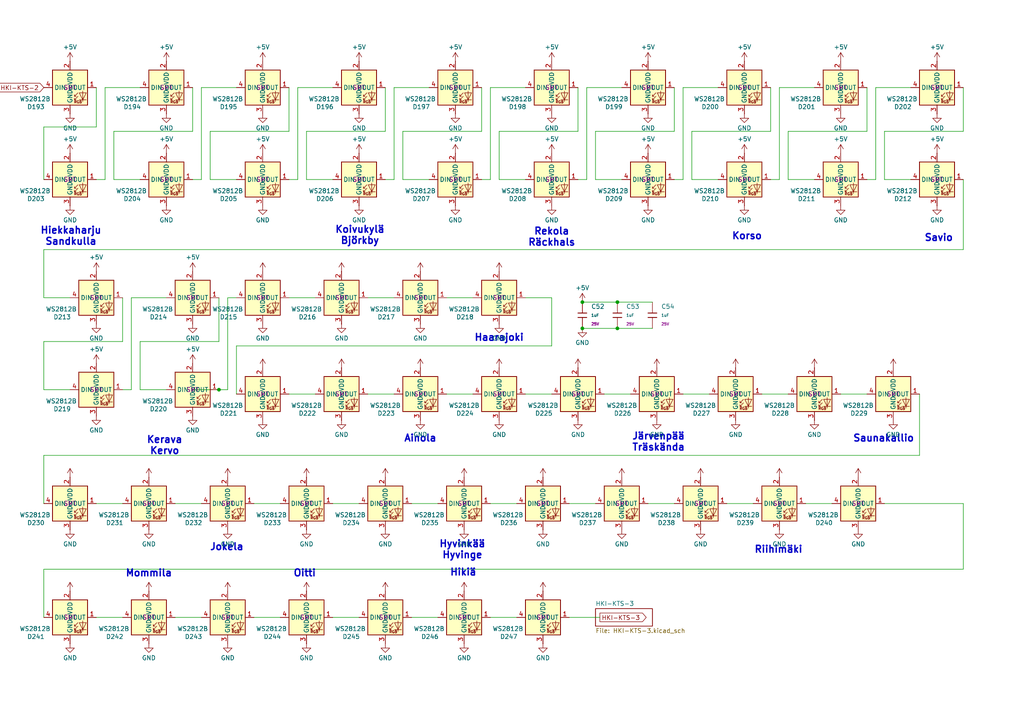
<source format=kicad_sch>
(kicad_sch (version 20250114) (generator "eeschema") (generator_version "9.0")
  (paper "A4")
  (title_block (title "Helsinki Region Live Train Map") (date "2025-06-28") (rev "1") (comment 1 "©Chris Dirks & Unto Ahti") (comment 2 "MIT License"))
  (text "Rekola\nRäckhals\n" (at 160.02 68.834 0) (effects (font (size 2 2) (thickness 0.4) (bold yes))))
  (text "Oitti" (at 88.392 166.37 0) (effects (font (size 2 2) (thickness 0.4) (bold yes))))
  (text "Kerava\nKervo\n" (at 47.752 129.286 0) (effects (font (size 2 2) (thickness 0.4) (bold yes))))
  (text "Savio" (at 272.288 69.088 0) (effects (font (size 2 2) (thickness 0.4) (bold yes))))
  (text "Järvenpää\nTräskända" (at 191.008 128.27 0) (effects (font (size 2 2) (thickness 0.4) (bold yes))))
  (text "Riihimäki\n" (at 225.806 159.512 0) (effects (font (size 2 2) (thickness 0.4) (bold yes))))
  (text "Ainola" (at 121.92 127.254 0) (effects (font (size 2 2) (thickness 0.4) (bold yes))))
  (text "Jokela" (at 65.786 158.75 0) (effects (font (size 2 2) (thickness 0.4) (bold yes))))
  (text "Haarajoki\n" (at 144.78 98.044 0) (effects (font (size 2 2) (thickness 0.4) (bold yes))))
  (text "Saunakallio" (at 256.286 127.254 0) (effects (font (size 2 2) (thickness 0.4) (bold yes))))
  (text "Hiekkaharju\nSandkulla\n" (at 20.574 68.58 0) (effects (font (size 2 2) (thickness 0.4) (bold yes))))
  (text "Mommila\n" (at 43.18 166.37 0) (effects (font (size 2 2) (thickness 0.4) (bold yes))))
  (text "Koivukylä\nBjörkby\n" (at 104.394 68.326 0) (effects (font (size 2 2) (thickness 0.4) (bold yes))))
  (text "Korso" (at 216.662 68.58 0) (effects (font (size 2 2) (thickness 0.4) (bold yes))))
  (text "Hyvinkää\nHyvinge\n" (at 134.112 159.512 0) (effects (font (size 2 2) (thickness 0.4) (bold yes))))
  (text "Hikiä" (at 134.366 166.116 0) (effects (font (size 2 2) (thickness 0.4) (bold yes))))
  (junction (at 168.91 95.25))
  (junction (at 168.91 87.63))
  (junction (at 179.07 95.25))
  (junction (at 179.07 87.63))
  (junction (at 63.5 113.03))
  (wire (pts (xy 175.26 114.3) (xy 182.88 114.3)))
  (wire (pts (xy 223.52 38.1) (xy 223.52 25.4)))
  (wire (pts (xy 142.24 52.07) (xy 139.7 52.07)))
  (wire (pts (xy 256.54 146.05) (xy 279.4 146.05)))
  (wire (pts (xy 12.7 36.83) (xy 12.7 52.07)))
  (wire (pts (xy 58.42 52.07) (xy 58.42 25.4)))
  (wire (pts (xy 104.14 146.05) (xy 96.52 146.05)))
  (wire (pts (xy 35.56 99.06) (xy 35.56 86.36)))
  (wire (pts (xy 60.96 52.07) (xy 60.96 38.1)))
  (wire (pts (xy 179.07 95.25) (xy 189.23 95.25)))
  (wire (pts (xy 266.7 132.08) (xy 12.7 132.08)))
  (wire (pts (xy 139.7 38.1) (xy 139.7 25.4)))
  (wire (pts (xy 279.4 38.1) (xy 279.4 25.4)))
  (wire (pts (xy 30.48 25.4) (xy 40.64 25.4)))
  (wire (pts (xy 144.78 52.07) (xy 144.78 38.1)))
  (wire (pts (xy 228.6 38.1) (xy 251.46 38.1)))
  (wire (pts (xy 12.7 86.36) (xy 20.32 86.36)))
  (wire (pts (xy 40.64 113.03) (xy 40.64 99.06)))
  (wire (pts (xy 12.7 113.03) (xy 12.7 99.06)))
  (wire (pts (xy 254 52.07) (xy 254 25.4)))
  (wire (pts (xy 160.02 86.36) (xy 152.4 86.36)))
  (wire (pts (xy 172.72 52.07) (xy 172.72 38.1)))
  (wire (pts (xy 33.02 38.1) (xy 55.88 38.1)))
  (wire (pts (xy 149.86 146.05) (xy 142.24 146.05)))
  (wire (pts (xy 55.88 38.1) (xy 55.88 25.4)))
  (wire (pts (xy 68.58 100.33) (xy 160.02 100.33)))
  (wire (pts (xy 35.56 179.07) (xy 27.94 179.07)))
  (wire (pts (xy 50.8 146.05) (xy 58.42 146.05)))
  (wire (pts (xy 251.46 114.3) (xy 243.84 114.3)))
  (wire (pts (xy 279.4 52.07) (xy 279.4 72.39)))
  (wire (pts (xy 137.16 86.36) (xy 129.54 86.36)))
  (wire (pts (xy 144.78 52.07) (xy 152.4 52.07)))
  (wire (pts (xy 60.96 38.1) (xy 83.82 38.1)))
  (wire (pts (xy 12.7 72.39) (xy 12.7 86.36)))
  (wire (pts (xy 205.74 114.3) (xy 198.12 114.3)))
  (wire (pts (xy 40.64 99.06) (xy 63.5 99.06)))
  (wire (pts (xy 111.76 38.1) (xy 111.76 25.4)))
  (wire (pts (xy 228.6 52.07) (xy 236.22 52.07)))
  (wire (pts (xy 86.36 25.4) (xy 96.52 25.4)))
  (wire (pts (xy 198.12 52.07) (xy 198.12 25.4)))
  (wire (pts (xy 66.04 86.36) (xy 66.04 113.03)))
  (wire (pts (xy 68.58 114.3) (xy 68.58 100.33)))
  (wire (pts (xy 116.84 38.1) (xy 139.7 38.1)))
  (wire (pts (xy 198.12 52.07) (xy 195.58 52.07)))
  (wire (pts (xy 88.9 52.07) (xy 96.52 52.07)))
  (wire (pts (xy 226.06 52.07) (xy 223.52 52.07)))
  (wire (pts (xy 179.07 87.63) (xy 189.23 87.63)))
  (wire (pts (xy 119.38 179.07) (xy 127 179.07)))
  (wire (pts (xy 256.54 52.07) (xy 256.54 38.1)))
  (wire (pts (xy 12.7 165.1) (xy 12.7 179.07)))
  (wire (pts (xy 66.04 113.03) (xy 63.5 113.03)))
  (wire (pts (xy 266.7 114.3) (xy 266.7 132.08)))
  (wire (pts (xy 30.48 52.07) (xy 30.48 25.4)))
  (wire (pts (xy 200.66 52.07) (xy 200.66 38.1)))
  (wire (pts (xy 200.66 38.1) (xy 223.52 38.1)))
  (wire (pts (xy 88.9 52.07) (xy 88.9 38.1)))
  (wire (pts (xy 279.4 146.05) (xy 279.4 165.1)))
  (wire (pts (xy 91.44 86.36) (xy 83.82 86.36)))
  (wire (pts (xy 226.06 25.4) (xy 236.22 25.4)))
  (wire (pts (xy 35.56 146.05) (xy 27.94 146.05)))
  (wire (pts (xy 160.02 114.3) (xy 152.4 114.3)))
  (wire (pts (xy 27.94 36.83) (xy 27.94 25.4)))
  (wire (pts (xy 228.6 52.07) (xy 228.6 38.1)))
  (wire (pts (xy 12.7 99.06) (xy 35.56 99.06)))
  (wire (pts (xy 195.58 38.1) (xy 195.58 25.4)))
  (wire (pts (xy 256.54 38.1) (xy 279.4 38.1)))
  (wire (pts (xy 60.96 52.07) (xy 68.58 52.07)))
  (wire (pts (xy 12.7 132.08) (xy 12.7 146.05)))
  (wire (pts (xy 170.18 25.4) (xy 180.34 25.4)))
  (wire (pts (xy 165.1 179.07) (xy 173.99 179.07)))
  (wire (pts (xy 251.46 38.1) (xy 251.46 25.4)))
  (wire (pts (xy 172.72 146.05) (xy 165.1 146.05)))
  (wire (pts (xy 172.72 38.1) (xy 195.58 38.1)))
  (wire (pts (xy 114.3 52.07) (xy 114.3 25.4)))
  (wire (pts (xy 233.68 146.05) (xy 241.3 146.05)))
  (wire (pts (xy 40.64 113.03) (xy 48.26 113.03)))
  (wire (pts (xy 38.1 86.36) (xy 48.26 86.36)))
  (wire (pts (xy 106.68 114.3) (xy 114.3 114.3)))
  (wire (pts (xy 86.36 52.07) (xy 83.82 52.07)))
  (wire (pts (xy 12.7 165.1) (xy 279.4 165.1)))
  (wire (pts (xy 137.16 114.3) (xy 129.54 114.3)))
  (wire (pts (xy 226.06 52.07) (xy 226.06 25.4)))
  (wire (pts (xy 256.54 52.07) (xy 264.16 52.07)))
  (wire (pts (xy 168.91 95.25) (xy 179.07 95.25)))
  (wire (pts (xy 12.7 36.83) (xy 27.94 36.83)))
  (wire (pts (xy 83.82 38.1) (xy 83.82 25.4)))
  (wire (pts (xy 33.02 52.07) (xy 33.02 38.1)))
  (wire (pts (xy 254 52.07) (xy 251.46 52.07)))
  (wire (pts (xy 142.24 25.4) (xy 142.24 52.07)))
  (wire (pts (xy 66.04 86.36) (xy 68.58 86.36)))
  (wire (pts (xy 152.4 25.4) (xy 142.24 25.4)))
  (wire (pts (xy 86.36 52.07) (xy 86.36 25.4)))
  (wire (pts (xy 33.02 52.07) (xy 40.64 52.07)))
  (wire (pts (xy 81.28 146.05) (xy 73.66 146.05)))
  (wire (pts (xy 91.44 114.3) (xy 83.82 114.3)))
  (wire (pts (xy 104.14 179.07) (xy 96.52 179.07)))
  (wire (pts (xy 114.3 52.07) (xy 111.76 52.07)))
  (wire (pts (xy 73.66 179.07) (xy 81.28 179.07)))
  (wire (pts (xy 149.86 179.07) (xy 142.24 179.07)))
  (wire (pts (xy 63.5 99.06) (xy 63.5 86.36)))
  (wire (pts (xy 106.68 86.36) (xy 114.3 86.36)))
  (wire (pts (xy 12.7 113.03) (xy 20.32 113.03)))
  (wire (pts (xy 170.18 52.07) (xy 170.18 25.4)))
  (wire (pts (xy 187.96 146.05) (xy 195.58 146.05)))
  (wire (pts (xy 30.48 52.07) (xy 27.94 52.07)))
  (wire (pts (xy 58.42 179.07) (xy 50.8 179.07)))
  (wire (pts (xy 172.72 52.07) (xy 180.34 52.07)))
  (wire (pts (xy 38.1 113.03) (xy 38.1 86.36)))
  (wire (pts (xy 116.84 52.07) (xy 116.84 38.1)))
  (wire (pts (xy 114.3 25.4) (xy 124.46 25.4)))
  (wire (pts (xy 63.5 113.03) (xy 55.88 113.03)))
  (wire (pts (xy 58.42 25.4) (xy 68.58 25.4)))
  (wire (pts (xy 170.18 52.07) (xy 167.64 52.07)))
  (wire (pts (xy 218.44 146.05) (xy 210.82 146.05)))
  (wire (pts (xy 88.9 38.1) (xy 111.76 38.1)))
  (wire (pts (xy 116.84 52.07) (xy 124.46 52.07)))
  (wire (pts (xy 160.02 100.33) (xy 160.02 86.36)))
  (wire (pts (xy 144.78 38.1) (xy 167.64 38.1)))
  (wire (pts (xy 200.66 52.07) (xy 208.28 52.07)))
  (wire (pts (xy 254 25.4) (xy 264.16 25.4)))
  (wire (pts (xy 58.42 52.07) (xy 55.88 52.07)))
  (wire (pts (xy 168.91 87.63) (xy 179.07 87.63)))
  (wire (pts (xy 38.1 113.03) (xy 35.56 113.03)))
  (wire (pts (xy 198.12 25.4) (xy 208.28 25.4)))
  (wire (pts (xy 127 146.05) (xy 119.38 146.05)))
  (wire (pts (xy 220.98 114.3) (xy 228.6 114.3)))
  (wire (pts (xy 167.64 38.1) (xy 167.64 25.4)))
  (wire (pts (xy 279.4 72.39) (xy 12.7 72.39)))
  (global_label "HKI-KTS-3" (shape output) (at 173.99 179.07 0) (property "Intersheetrefs" "${INTERSHEET_REFS}" (effects (hide yes))))
  (global_label "HKI-KTS-2" (shape input) (at 12.7 25.4 180) (property "Intersheetrefs" "${INTERSHEET_REFS}" (effects (hide yes))))
  (symbol (lib_id "power:GND") (at 88.9 153.67 0) (unit 1)
    (property "Reference" "#PWR0540" (effects (hide yes)))
    (property "Value" "GND" (at 88.9 157.8031 0))
    (property "Description" "Power symbol creates a global label with name \"GND\" , ground" (effects (hide yes)))
  )
  (symbol (lib_id "power:GND") (at 99.06 121.92 0) (unit 1)
    (property "Reference" "#PWR0518" (effects (hide yes)))
    (property "Value" "GND" (at 99.06 126.0531 0))
    (property "Description" "Power symbol creates a global label with name \"GND\" , ground" (effects (hide yes)))
  )
  (symbol (lib_id "power:GND") (at 243.84 33.02 0) (unit 1)
    (property "Reference" "#PWR0468" (effects (hide yes)))
    (property "Value" "GND" (at 243.84 37.1531 0))
    (property "Description" "Power symbol creates a global label with name \"GND\" , ground" (effects (hide yes)))
  )
  (symbol (lib_id "PCM_JLCPCB-Extended:LED, WS2812B, 1615") (at 20.32 146.05 0) (unit 1)
    (property "Reference" "D230" (at 10.414 151.638 0))
    (property "Value" "WS2812B" (at 10.16 149.352 0))
    (property "Footprint" "PCM_JLCPCB:LED-SMD_4P-L1.6-W1.5_XL-1615RGBC-WS2812B" (effects (hide yes)))
    (property "Datasheet" "https://atta.szlcsc.com/upload/public/pdf/source/20230111/5AD58278EBED6B6650A81C53A19BF314.pdf" (effects (hide yes)))
    (property "Description" "1615 RGB LEDs(Built-in IC) ROHS" (effects (hide yes)))
    (property "LCSC" "C5349954" (effects (hide yes)))
    (property "Part" "XL-1615RGBC-WS2812B" (effects (hide yes)))
    (property "Manufacturer" "XINGLIGHT" (effects (hide yes)))
    (property "Process" "SMT" (at 20.32 146.05 0))
  )
  (symbol (lib_id "power:GND") (at 168.91 95.25 0) (unit 1)
    (property "Reference" "#PWR0503" (effects (hide yes)))
    (property "Value" "GND" (at 168.91 99.3831 0))
    (property "Description" "Power symbol creates a global label with name \"GND\" , ground" (effects (hide yes)))
  )
  (symbol (lib_id "PCM_JLCPCB-Extended:LED, WS2812B, 1615") (at 190.5 114.3 0) (unit 1)
    (property "Reference" "D226" (at 180.594 119.888 0))
    (property "Value" "WS2812B" (at 180.34 117.602 0))
    (property "Footprint" "PCM_JLCPCB:LED-SMD_4P-L1.6-W1.5_XL-1615RGBC-WS2812B" (effects (hide yes)))
    (property "Datasheet" "https://atta.szlcsc.com/upload/public/pdf/source/20230111/5AD58278EBED6B6650A81C53A19BF314.pdf" (effects (hide yes)))
    (property "Description" "1615 RGB LEDs(Built-in IC) ROHS" (effects (hide yes)))
    (property "LCSC" "C5349954" (effects (hide yes)))
    (property "Part" "XL-1615RGBC-WS2812B" (effects (hide yes)))
    (property "Manufacturer" "XINGLIGHT" (effects (hide yes)))
    (property "Process" "SMT" (at 190.5 114.3 0))
  )
  (symbol (lib_id "power:+5V") (at 76.2 78.74 0) (unit 1)
    (property "Reference" "#PWR0492" (effects (hide yes)))
    (property "Value" "+5V" (effects (hide yes)))
    (property "Description" "Power symbol creates a global label with name \"+5V\"" (effects (hide yes)))
  )
  (symbol (lib_id "power:+5V") (at 99.06 78.74 0) (unit 1)
    (property "Reference" "#PWR0493" (effects (hide yes)))
    (property "Value" "+5V" (effects (hide yes)))
    (property "Description" "Power symbol creates a global label with name \"+5V\"" (effects (hide yes)))
  )
  (symbol (lib_id "PCM_JLCPCB-Extended:LED, WS2812B, 1615") (at 76.2 25.4 0) (unit 1)
    (property "Reference" "D195" (at 66.294 30.988 0))
    (property "Value" "WS2812B" (at 66.04 28.702 0))
    (property "Footprint" "PCM_JLCPCB:LED-SMD_4P-L1.6-W1.5_XL-1615RGBC-WS2812B" (effects (hide yes)))
    (property "Datasheet" "https://atta.szlcsc.com/upload/public/pdf/source/20230111/5AD58278EBED6B6650A81C53A19BF314.pdf" (effects (hide yes)))
    (property "Description" "1615 RGB LEDs(Built-in IC) ROHS" (effects (hide yes)))
    (property "LCSC" "C5349954" (effects (hide yes)))
    (property "Part" "XL-1615RGBC-WS2812B" (effects (hide yes)))
    (property "Manufacturer" "XINGLIGHT" (effects (hide yes)))
    (property "Process" "SMT" (at 76.2 25.4 0))
  )
  (symbol (lib_id "PCM_JLCPCB-Extended:LED, WS2812B, 1615") (at 76.2 114.3 0) (unit 1)
    (property "Reference" "D221" (at 66.294 119.888 0))
    (property "Value" "WS2812B" (at 66.04 117.602 0))
    (property "Footprint" "PCM_JLCPCB:LED-SMD_4P-L1.6-W1.5_XL-1615RGBC-WS2812B" (effects (hide yes)))
    (property "Datasheet" "https://atta.szlcsc.com/upload/public/pdf/source/20230111/5AD58278EBED6B6650A81C53A19BF314.pdf" (effects (hide yes)))
    (property "Description" "1615 RGB LEDs(Built-in IC) ROHS" (effects (hide yes)))
    (property "LCSC" "C5349954" (effects (hide yes)))
    (property "Part" "XL-1615RGBC-WS2812B" (effects (hide yes)))
    (property "Manufacturer" "XINGLIGHT" (effects (hide yes)))
    (property "Process" "SMT" (at 76.2 114.3 0))
  )
  (symbol (lib_id "PCM_JLCPCB-Extended:LED, WS2812B, 1615") (at 48.26 52.07 0) (unit 1)
    (property "Reference" "D204" (at 38.354 57.658 0))
    (property "Value" "WS2812B" (at 38.1 55.372 0))
    (property "Footprint" "PCM_JLCPCB:LED-SMD_4P-L1.6-W1.5_XL-1615RGBC-WS2812B" (effects (hide yes)))
    (property "Datasheet" "https://atta.szlcsc.com/upload/public/pdf/source/20230111/5AD58278EBED6B6650A81C53A19BF314.pdf" (effects (hide yes)))
    (property "Description" "1615 RGB LEDs(Built-in IC) ROHS" (effects (hide yes)))
    (property "LCSC" "C5349954" (effects (hide yes)))
    (property "Part" "XL-1615RGBC-WS2812B" (effects (hide yes)))
    (property "Manufacturer" "XINGLIGHT" (effects (hide yes)))
    (property "Process" "SMT" (at 48.26 52.07 0))
  )
  (symbol (lib_id "power:+5V") (at 76.2 106.68 0) (unit 1)
    (property "Reference" "#PWR0506" (effects (hide yes)))
    (property "Value" "+5V" (effects (hide yes)))
    (property "Description" "Power symbol creates a global label with name \"+5V\"" (effects (hide yes)))
  )
  (symbol (lib_id "PCM_JLCPCB-Extended:LED, WS2812B, 1615") (at 43.18 179.07 0) (unit 1)
    (property "Reference" "D242" (at 33.274 184.658 0))
    (property "Value" "WS2812B" (at 33.02 182.372 0))
    (property "Footprint" "PCM_JLCPCB:LED-SMD_4P-L1.6-W1.5_XL-1615RGBC-WS2812B" (effects (hide yes)))
    (property "Datasheet" "https://atta.szlcsc.com/upload/public/pdf/source/20230111/5AD58278EBED6B6650A81C53A19BF314.pdf" (effects (hide yes)))
    (property "Description" "1615 RGB LEDs(Built-in IC) ROHS" (effects (hide yes)))
    (property "LCSC" "C5349954" (effects (hide yes)))
    (property "Part" "XL-1615RGBC-WS2812B" (effects (hide yes)))
    (property "Manufacturer" "XINGLIGHT" (effects (hide yes)))
    (property "Process" "SMT" (at 43.18 179.07 0))
  )
  (symbol (lib_id "power:+5V") (at 121.92 106.68 0) (unit 1)
    (property "Reference" "#PWR0508" (effects (hide yes)))
    (property "Value" "+5V" (effects (hide yes)))
    (property "Description" "Power symbol creates a global label with name \"+5V\"" (effects (hide yes)))
  )
  (symbol (lib_id "power:+5V") (at 157.48 171.45 0) (unit 1)
    (property "Reference" "#PWR0554" (effects (hide yes)))
    (property "Value" "+5V" (effects (hide yes)))
    (property "Description" "Power symbol creates a global label with name \"+5V\"" (effects (hide yes)))
  )
  (symbol (lib_id "PCM_JLCPCB-Extended:LED, WS2812B, 1615") (at 88.9 146.05 0) (unit 1)
    (property "Reference" "D233" (at 78.994 151.638 0))
    (property "Value" "WS2812B" (at 78.74 149.352 0))
    (property "Footprint" "PCM_JLCPCB:LED-SMD_4P-L1.6-W1.5_XL-1615RGBC-WS2812B" (effects (hide yes)))
    (property "Datasheet" "https://atta.szlcsc.com/upload/public/pdf/source/20230111/5AD58278EBED6B6650A81C53A19BF314.pdf" (effects (hide yes)))
    (property "Description" "1615 RGB LEDs(Built-in IC) ROHS" (effects (hide yes)))
    (property "LCSC" "C5349954" (effects (hide yes)))
    (property "Part" "XL-1615RGBC-WS2812B" (effects (hide yes)))
    (property "Manufacturer" "XINGLIGHT" (effects (hide yes)))
    (property "Process" "SMT" (at 88.9 146.05 0))
  )
  (symbol (lib_id "power:+5V") (at 66.04 171.45 0) (unit 1)
    (property "Reference" "#PWR0550" (effects (hide yes)))
    (property "Value" "+5V" (effects (hide yes)))
    (property "Description" "Power symbol creates a global label with name \"+5V\"" (effects (hide yes)))
  )
  (symbol (lib_id "PCM_JLCPCB-Extended:LED, WS2812B, 1615") (at 121.92 86.36 0) (unit 1)
    (property "Reference" "D217" (at 112.014 91.948 0))
    (property "Value" "WS2812B" (at 111.76 89.662 0))
    (property "Footprint" "PCM_JLCPCB:LED-SMD_4P-L1.6-W1.5_XL-1615RGBC-WS2812B" (effects (hide yes)))
    (property "Datasheet" "https://atta.szlcsc.com/upload/public/pdf/source/20230111/5AD58278EBED6B6650A81C53A19BF314.pdf" (effects (hide yes)))
    (property "Description" "1615 RGB LEDs(Built-in IC) ROHS" (effects (hide yes)))
    (property "LCSC" "C5349954" (effects (hide yes)))
    (property "Part" "XL-1615RGBC-WS2812B" (effects (hide yes)))
    (property "Manufacturer" "XINGLIGHT" (effects (hide yes)))
    (property "Process" "SMT" (at 121.92 86.36 0))
  )
  (symbol (lib_id "power:+5V") (at 20.32 171.45 0) (unit 1)
    (property "Reference" "#PWR0548" (effects (hide yes)))
    (property "Value" "+5V" (effects (hide yes)))
    (property "Description" "Power symbol creates a global label with name \"+5V\"" (effects (hide yes)))
  )
  (symbol (lib_id "power:+5V") (at 76.2 44.45 0) (unit 1)
    (property "Reference" "#PWR0472" (effects (hide yes)))
    (property "Value" "+5V" (at 76.2 40.3169 0))
    (property "Description" "Power symbol creates a global label with name \"+5V\"" (effects (hide yes)))
  )
  (symbol (lib_id "power:GND") (at 88.9 186.69 0) (unit 1)
    (property "Reference" "#PWR0558" (effects (hide yes)))
    (property "Value" "GND" (at 88.9 190.8231 0))
    (property "Description" "Power symbol creates a global label with name \"GND\" , ground" (effects (hide yes)))
  )
  (symbol (lib_id "power:+5V") (at 48.26 44.45 0) (unit 1)
    (property "Reference" "#PWR0471" (effects (hide yes)))
    (property "Value" "+5V" (at 48.26 40.3169 0))
    (property "Description" "Power symbol creates a global label with name \"+5V\"" (effects (hide yes)))
  )
  (symbol (lib_id "PCM_JLCPCB-Extended:LED, WS2812B, 1615") (at 111.76 146.05 0) (unit 1)
    (property "Reference" "D234" (at 101.854 151.638 0))
    (property "Value" "WS2812B" (at 101.6 149.352 0))
    (property "Footprint" "PCM_JLCPCB:LED-SMD_4P-L1.6-W1.5_XL-1615RGBC-WS2812B" (effects (hide yes)))
    (property "Datasheet" "https://atta.szlcsc.com/upload/public/pdf/source/20230111/5AD58278EBED6B6650A81C53A19BF314.pdf" (effects (hide yes)))
    (property "Description" "1615 RGB LEDs(Built-in IC) ROHS" (effects (hide yes)))
    (property "LCSC" "C5349954" (effects (hide yes)))
    (property "Part" "XL-1615RGBC-WS2812B" (effects (hide yes)))
    (property "Manufacturer" "XINGLIGHT" (effects (hide yes)))
    (property "Process" "SMT" (at 111.76 146.05 0))
  )
  (symbol (lib_id "power:GND") (at 43.18 153.67 0) (unit 1)
    (property "Reference" "#PWR0538" (effects (hide yes)))
    (property "Value" "GND" (at 43.18 157.8031 0))
    (property "Description" "Power symbol creates a global label with name \"GND\" , ground" (effects (hide yes)))
  )
  (symbol (lib_id "power:GND") (at 132.08 33.02 0) (unit 1)
    (property "Reference" "#PWR0464" (effects (hide yes)))
    (property "Value" "GND" (at 132.08 37.1531 0))
    (property "Description" "Power symbol creates a global label with name \"GND\" , ground" (effects (hide yes)))
  )
  (symbol (lib_id "PCM_JLCPCB-Extended:LED, WS2812B, 1615") (at 104.14 52.07 0) (unit 1)
    (property "Reference" "D206" (at 94.234 57.658 0))
    (property "Value" "WS2812B" (at 93.98 55.372 0))
    (property "Footprint" "PCM_JLCPCB:LED-SMD_4P-L1.6-W1.5_XL-1615RGBC-WS2812B" (effects (hide yes)))
    (property "Datasheet" "https://atta.szlcsc.com/upload/public/pdf/source/20230111/5AD58278EBED6B6650A81C53A19BF314.pdf" (effects (hide yes)))
    (property "Description" "1615 RGB LEDs(Built-in IC) ROHS" (effects (hide yes)))
    (property "LCSC" "C5349954" (effects (hide yes)))
    (property "Part" "XL-1615RGBC-WS2812B" (effects (hide yes)))
    (property "Manufacturer" "XINGLIGHT" (effects (hide yes)))
    (property "Process" "SMT" (at 104.14 52.07 0))
  )
  (symbol (lib_id "PCM_JLCPCB-Extended:LED, WS2812B, 1615") (at 203.2 146.05 0) (unit 1)
    (property "Reference" "D238" (at 193.294 151.638 0))
    (property "Value" "WS2812B" (at 193.04 149.352 0))
    (property "Footprint" "PCM_JLCPCB:LED-SMD_4P-L1.6-W1.5_XL-1615RGBC-WS2812B" (effects (hide yes)))
    (property "Datasheet" "https://atta.szlcsc.com/upload/public/pdf/source/20230111/5AD58278EBED6B6650A81C53A19BF314.pdf" (effects (hide yes)))
    (property "Description" "1615 RGB LEDs(Built-in IC) ROHS" (effects (hide yes)))
    (property "LCSC" "C5349954" (effects (hide yes)))
    (property "Part" "XL-1615RGBC-WS2812B" (effects (hide yes)))
    (property "Manufacturer" "XINGLIGHT" (effects (hide yes)))
    (property "Process" "SMT" (at 203.2 146.05 0))
  )
  (symbol (lib_id "power:GND") (at 157.48 186.69 0) (unit 1)
    (property "Reference" "#PWR0561" (effects (hide yes)))
    (property "Value" "GND" (at 157.48 190.8231 0))
    (property "Description" "Power symbol creates a global label with name \"GND\" , ground" (effects (hide yes)))
  )
  (symbol (lib_id "PCM_JLCPCB-Extended:LED, WS2812B, 1615") (at 20.32 52.07 0) (unit 1)
    (property "Reference" "D203" (at 10.414 57.658 0))
    (property "Value" "WS2812B" (at 10.16 55.372 0))
    (property "Footprint" "PCM_JLCPCB:LED-SMD_4P-L1.6-W1.5_XL-1615RGBC-WS2812B" (effects (hide yes)))
    (property "Datasheet" "https://atta.szlcsc.com/upload/public/pdf/source/20230111/5AD58278EBED6B6650A81C53A19BF314.pdf" (effects (hide yes)))
    (property "Description" "1615 RGB LEDs(Built-in IC) ROHS" (effects (hide yes)))
    (property "LCSC" "C5349954" (effects (hide yes)))
    (property "Part" "XL-1615RGBC-WS2812B" (effects (hide yes)))
    (property "Manufacturer" "XINGLIGHT" (effects (hide yes)))
    (property "Process" "SMT" (at 20.32 52.07 0))
  )
  (symbol (lib_id "power:GND") (at 144.78 93.98 0) (unit 1)
    (property "Reference" "#PWR0502" (effects (hide yes)))
    (property "Value" "GND" (at 144.78 98.1131 0))
    (property "Description" "Power symbol creates a global label with name \"GND\" , ground" (effects (hide yes)))
  )
  (symbol (lib_id "PCM_JLCPCB-Extended:LED, WS2812B, 1615") (at 215.9 52.07 0) (unit 1)
    (property "Reference" "D210" (at 205.994 57.658 0))
    (property "Value" "WS2812B" (at 205.74 55.372 0))
    (property "Footprint" "PCM_JLCPCB:LED-SMD_4P-L1.6-W1.5_XL-1615RGBC-WS2812B" (effects (hide yes)))
    (property "Datasheet" "https://atta.szlcsc.com/upload/public/pdf/source/20230111/5AD58278EBED6B6650A81C53A19BF314.pdf" (effects (hide yes)))
    (property "Description" "1615 RGB LEDs(Built-in IC) ROHS" (effects (hide yes)))
    (property "LCSC" "C5349954" (effects (hide yes)))
    (property "Part" "XL-1615RGBC-WS2812B" (effects (hide yes)))
    (property "Manufacturer" "XINGLIGHT" (effects (hide yes)))
    (property "Process" "SMT" (at 215.9 52.07 0))
  )
  (symbol (lib_id "power:+5V") (at 215.9 17.78 0) (unit 1)
    (property "Reference" "#PWR0457" (effects (hide yes)))
    (property "Value" "+5V" (at 215.9 13.6469 0))
    (property "Description" "Power symbol creates a global label with name \"+5V\"" (effects (hide yes)))
  )
  (symbol (lib_id "power:GND") (at 226.06 153.67 0) (unit 1)
    (property "Reference" "#PWR0546" (effects (hide yes)))
    (property "Value" "GND" (at 226.06 157.8031 0))
    (property "Description" "Power symbol creates a global label with name \"GND\" , ground" (effects (hide yes)))
  )
  (symbol (lib_id "power:GND") (at 55.88 120.65 0) (unit 1)
    (property "Reference" "#PWR0516" (effects (hide yes)))
    (property "Value" "GND" (at 55.88 124.7831 0))
    (property "Description" "Power symbol creates a global label with name \"GND\" , ground" (effects (hide yes)))
  )
  (symbol (lib_id "PCM_JLCPCB-Extended:LED, WS2812B, 1615") (at 213.36 114.3 0) (unit 1)
    (property "Reference" "D227" (at 203.454 119.888 0))
    (property "Value" "WS2812B" (at 203.2 117.602 0))
    (property "Footprint" "PCM_JLCPCB:LED-SMD_4P-L1.6-W1.5_XL-1615RGBC-WS2812B" (effects (hide yes)))
    (property "Datasheet" "https://atta.szlcsc.com/upload/public/pdf/source/20230111/5AD58278EBED6B6650A81C53A19BF314.pdf" (effects (hide yes)))
    (property "Description" "1615 RGB LEDs(Built-in IC) ROHS" (effects (hide yes)))
    (property "LCSC" "C5349954" (effects (hide yes)))
    (property "Part" "XL-1615RGBC-WS2812B" (effects (hide yes)))
    (property "Manufacturer" "XINGLIGHT" (effects (hide yes)))
    (property "Process" "SMT" (at 213.36 114.3 0))
  )
  (symbol (lib_id "power:+5V") (at 259.08 106.68 0) (unit 1)
    (property "Reference" "#PWR0514" (effects (hide yes)))
    (property "Value" "+5V" (effects (hide yes)))
    (property "Description" "Power symbol creates a global label with name \"+5V\"" (effects (hide yes)))
  )
  (symbol (lib_id "power:+5V") (at 88.9 138.43 0) (unit 1)
    (property "Reference" "#PWR0529" (effects (hide yes)))
    (property "Value" "+5V" (effects (hide yes)))
    (property "Description" "Power symbol creates a global label with name \"+5V\"" (effects (hide yes)))
  )
  (symbol (lib_id "PCM_JLCPCB-Extended:LED, WS2812B, 1615") (at 248.92 146.05 0) (unit 1)
    (property "Reference" "D240" (at 239.014 151.638 0))
    (property "Value" "WS2812B" (at 238.76 149.352 0))
    (property "Footprint" "PCM_JLCPCB:LED-SMD_4P-L1.6-W1.5_XL-1615RGBC-WS2812B" (effects (hide yes)))
    (property "Datasheet" "https://atta.szlcsc.com/upload/public/pdf/source/20230111/5AD58278EBED6B6650A81C53A19BF314.pdf" (effects (hide yes)))
    (property "Description" "1615 RGB LEDs(Built-in IC) ROHS" (effects (hide yes)))
    (property "LCSC" "C5349954" (effects (hide yes)))
    (property "Part" "XL-1615RGBC-WS2812B" (effects (hide yes)))
    (property "Manufacturer" "XINGLIGHT" (effects (hide yes)))
    (property "Process" "SMT" (at 248.92 146.05 0))
  )
  (symbol (lib_id "power:+5V") (at 271.78 44.45 0) (unit 1)
    (property "Reference" "#PWR0479" (effects (hide yes)))
    (property "Value" "+5V" (at 271.78 40.3169 0))
    (property "Description" "Power symbol creates a global label with name \"+5V\"" (effects (hide yes)))
  )
  (symbol (lib_id "power:+5V") (at 160.02 17.78 0) (unit 1)
    (property "Reference" "#PWR0455" (effects (hide yes)))
    (property "Value" "+5V" (at 160.02 13.6469 0))
    (property "Description" "Power symbol creates a global label with name \"+5V\"" (effects (hide yes)))
  )
  (symbol (lib_id "PCM_JLCPCB-Capacitors:0402,1uF") (at 179.07 91.44 0) (unit 1)
    (property "Reference" "C53" (at 181.61 88.8999 0) (effects (justify left)))
    (property "Value" "1uF" (at 181.61 91.44 0) (effects (font (size 0.8 0.8)) (justify left)))
    (property "Footprint" "PCM_JLCPCB:C_0402" (effects (hide yes)))
    (property "Datasheet" "https://www.lcsc.com/datasheet/lcsc_datasheet_2304140030_Samsung-Electro-Mechanics-CL05A105KA5NQNC_C52923.pdf" (effects (hide yes)))
    (property "Description" "25V 1uF X5R ±10% 0402 Multilayer Ceramic Capacitors MLCC - SMD/SMT ROHS" (effects (hide yes)))
    (property "LCSC" "C52923" (effects (hide yes)))
    (property "Stock" "7151069" (effects (hide yes)))
    (property "Price" "0.006USD" (effects (hide yes)))
    (property "Process" "SMT" (effects (hide yes)))
    (property "Minimum Qty" "20" (effects (hide yes)))
    (property "Attrition Qty" "10" (effects (hide yes)))
    (property "Class" "Basic Component" (effects (hide yes)))
    (property "Category" "Capacitors,Multilayer Ceramic Capacitors MLCC - SMD/SMT" (effects (hide yes)))
    (property "Manufacturer" "Samsung Electro-Mechanics" (effects (hide yes)))
    (property "Part" "CL05A105KA5NQNC" (effects (hide yes)))
    (property "Voltage Rated" "25V" (at 181.61 93.98 0) (effects (font (size 0.8 0.8)) (justify left)))
    (property "Tolerance" "±10%" (effects (hide yes)))
    (property "Capacitance" "1uF" (effects (hide yes)))
    (property "Temperature Coefficient" "X5R" (effects (hide yes)))
  )
  (symbol (lib_id "power:GND") (at 243.84 59.69 0) (unit 1)
    (property "Reference" "#PWR0488" (effects (hide yes)))
    (property "Value" "GND" (at 243.84 63.8231 0))
    (property "Description" "Power symbol creates a global label with name \"GND\" , ground" (effects (hide yes)))
  )
  (symbol (lib_id "power:GND") (at 76.2 93.98 0) (unit 1)
    (property "Reference" "#PWR0499" (effects (hide yes)))
    (property "Value" "GND" (at 76.2 98.1131 0))
    (property "Description" "Power symbol creates a global label with name \"GND\" , ground" (effects (hide yes)))
  )
  (symbol (lib_id "PCM_JLCPCB-Extended:LED, WS2812B, 1615") (at 132.08 25.4 0) (unit 1)
    (property "Reference" "D197" (at 122.174 30.988 0))
    (property "Value" "WS2812B" (at 121.92 28.702 0))
    (property "Footprint" "PCM_JLCPCB:LED-SMD_4P-L1.6-W1.5_XL-1615RGBC-WS2812B" (effects (hide yes)))
    (property "Datasheet" "https://atta.szlcsc.com/upload/public/pdf/source/20230111/5AD58278EBED6B6650A81C53A19BF314.pdf" (effects (hide yes)))
    (property "Description" "1615 RGB LEDs(Built-in IC) ROHS" (effects (hide yes)))
    (property "LCSC" "C5349954" (effects (hide yes)))
    (property "Part" "XL-1615RGBC-WS2812B" (effects (hide yes)))
    (property "Manufacturer" "XINGLIGHT" (effects (hide yes)))
    (property "Process" "SMT" (at 132.08 25.4 0))
  )
  (symbol (lib_id "PCM_JLCPCB-Extended:LED, WS2812B, 1615") (at 243.84 25.4 0) (unit 1)
    (property "Reference" "D201" (at 233.934 30.988 0))
    (property "Value" "WS2812B" (at 233.68 28.702 0))
    (property "Footprint" "PCM_JLCPCB:LED-SMD_4P-L1.6-W1.5_XL-1615RGBC-WS2812B" (effects (hide yes)))
    (property "Datasheet" "https://atta.szlcsc.com/upload/public/pdf/source/20230111/5AD58278EBED6B6650A81C53A19BF314.pdf" (effects (hide yes)))
    (property "Description" "1615 RGB LEDs(Built-in IC) ROHS" (effects (hide yes)))
    (property "LCSC" "C5349954" (effects (hide yes)))
    (property "Part" "XL-1615RGBC-WS2812B" (effects (hide yes)))
    (property "Manufacturer" "XINGLIGHT" (effects (hide yes)))
    (property "Process" "SMT" (at 243.84 25.4 0))
  )
  (symbol (lib_id "power:GND") (at 111.76 153.67 0) (unit 1)
    (property "Reference" "#PWR0541" (effects (hide yes)))
    (property "Value" "GND" (at 111.76 157.8031 0))
    (property "Description" "Power symbol creates a global label with name \"GND\" , ground" (effects (hide yes)))
  )
  (symbol (lib_id "power:+5V") (at 203.2 138.43 0) (unit 1)
    (property "Reference" "#PWR0534" (effects (hide yes)))
    (property "Value" "+5V" (effects (hide yes)))
    (property "Description" "Power symbol creates a global label with name \"+5V\"" (effects (hide yes)))
  )
  (symbol (lib_id "power:+5V") (at 248.92 138.43 0) (unit 1)
    (property "Reference" "#PWR0536" (effects (hide yes)))
    (property "Value" "+5V" (effects (hide yes)))
    (property "Description" "Power symbol creates a global label with name \"+5V\"" (effects (hide yes)))
  )
  (symbol (lib_id "PCM_JLCPCB-Extended:LED, WS2812B, 1615") (at 76.2 86.36 0) (unit 1)
    (property "Reference" "D215" (at 66.294 91.948 0))
    (property "Value" "WS2812B" (at 66.04 89.662 0))
    (property "Footprint" "PCM_JLCPCB:LED-SMD_4P-L1.6-W1.5_XL-1615RGBC-WS2812B" (effects (hide yes)))
    (property "Datasheet" "https://atta.szlcsc.com/upload/public/pdf/source/20230111/5AD58278EBED6B6650A81C53A19BF314.pdf" (effects (hide yes)))
    (property "Description" "1615 RGB LEDs(Built-in IC) ROHS" (effects (hide yes)))
    (property "LCSC" "C5349954" (effects (hide yes)))
    (property "Part" "XL-1615RGBC-WS2812B" (effects (hide yes)))
    (property "Manufacturer" "XINGLIGHT" (effects (hide yes)))
    (property "Process" "SMT" (at 76.2 86.36 0))
  )
  (symbol (lib_id "PCM_JLCPCB-Capacitors:0402,1uF") (at 189.23 91.44 0) (unit 1)
    (property "Reference" "C54" (at 191.77 88.8999 0) (effects (justify left)))
    (property "Value" "1uF" (at 191.77 91.44 0) (effects (font (size 0.8 0.8)) (justify left)))
    (property "Footprint" "PCM_JLCPCB:C_0402" (effects (hide yes)))
    (property "Datasheet" "https://www.lcsc.com/datasheet/lcsc_datasheet_2304140030_Samsung-Electro-Mechanics-CL05A105KA5NQNC_C52923.pdf" (effects (hide yes)))
    (property "Description" "25V 1uF X5R ±10% 0402 Multilayer Ceramic Capacitors MLCC - SMD/SMT ROHS" (effects (hide yes)))
    (property "LCSC" "C52923" (effects (hide yes)))
    (property "Stock" "7151069" (effects (hide yes)))
    (property "Price" "0.006USD" (effects (hide yes)))
    (property "Process" "SMT" (effects (hide yes)))
    (property "Minimum Qty" "20" (effects (hide yes)))
    (property "Attrition Qty" "10" (effects (hide yes)))
    (property "Class" "Basic Component" (effects (hide yes)))
    (property "Category" "Capacitors,Multilayer Ceramic Capacitors MLCC - SMD/SMT" (effects (hide yes)))
    (property "Manufacturer" "Samsung Electro-Mechanics" (effects (hide yes)))
    (property "Part" "CL05A105KA5NQNC" (effects (hide yes)))
    (property "Voltage Rated" "25V" (at 191.77 93.98 0) (effects (font (size 0.8 0.8)) (justify left)))
    (property "Tolerance" "±10%" (effects (hide yes)))
    (property "Capacitance" "1uF" (effects (hide yes)))
    (property "Temperature Coefficient" "X5R" (effects (hide yes)))
  )
  (symbol (lib_id "power:GND") (at 144.78 121.92 0) (unit 1)
    (property "Reference" "#PWR0520" (effects (hide yes)))
    (property "Value" "GND" (at 144.78 126.0531 0))
    (property "Description" "Power symbol creates a global label with name \"GND\" , ground" (effects (hide yes)))
  )
  (symbol (lib_id "power:+5V") (at 27.94 105.41 0) (unit 1)
    (property "Reference" "#PWR0504" (effects (hide yes)))
    (property "Value" "+5V" (at 27.94 101.2769 0))
    (property "Description" "Power symbol creates a global label with name \"+5V\"" (effects (hide yes)))
  )
  (symbol (lib_id "power:GND") (at 20.32 153.67 0) (unit 1)
    (property "Reference" "#PWR0537" (effects (hide yes)))
    (property "Value" "GND" (at 20.32 157.8031 0))
    (property "Description" "Power symbol creates a global label with name \"GND\" , ground" (effects (hide yes)))
  )
  (symbol (lib_id "power:GND") (at 167.64 121.92 0) (unit 1)
    (property "Reference" "#PWR0521" (effects (hide yes)))
    (property "Value" "GND" (at 167.64 126.0531 0))
    (property "Description" "Power symbol creates a global label with name \"GND\" , ground" (effects (hide yes)))
  )
  (symbol (lib_id "PCM_JLCPCB-Extended:LED, WS2812B, 1615") (at 226.06 146.05 0) (unit 1)
    (property "Reference" "D239" (at 216.154 151.638 0))
    (property "Value" "WS2812B" (at 215.9 149.352 0))
    (property "Footprint" "PCM_JLCPCB:LED-SMD_4P-L1.6-W1.5_XL-1615RGBC-WS2812B" (effects (hide yes)))
    (property "Datasheet" "https://atta.szlcsc.com/upload/public/pdf/source/20230111/5AD58278EBED6B6650A81C53A19BF314.pdf" (effects (hide yes)))
    (property "Description" "1615 RGB LEDs(Built-in IC) ROHS" (effects (hide yes)))
    (property "LCSC" "C5349954" (effects (hide yes)))
    (property "Part" "XL-1615RGBC-WS2812B" (effects (hide yes)))
    (property "Manufacturer" "XINGLIGHT" (effects (hide yes)))
    (property "Process" "SMT" (at 226.06 146.05 0))
  )
  (symbol (lib_id "power:GND") (at 20.32 59.69 0) (unit 1)
    (property "Reference" "#PWR0480" (effects (hide yes)))
    (property "Value" "GND" (at 20.32 63.8231 0))
    (property "Description" "Power symbol creates a global label with name \"GND\" , ground" (effects (hide yes)))
  )
  (symbol (lib_id "power:+5V") (at 243.84 44.45 0) (unit 1)
    (property "Reference" "#PWR0478" (effects (hide yes)))
    (property "Value" "+5V" (at 243.84 40.3169 0))
    (property "Description" "Power symbol creates a global label with name \"+5V\"" (effects (hide yes)))
  )
  (symbol (lib_id "power:GND") (at 132.08 59.69 0) (unit 1)
    (property "Reference" "#PWR0484" (effects (hide yes)))
    (property "Value" "GND" (at 132.08 63.8231 0))
    (property "Description" "Power symbol creates a global label with name \"GND\" , ground" (effects (hide yes)))
  )
  (symbol (lib_id "PCM_JLCPCB-Extended:LED, WS2812B, 1615") (at 180.34 146.05 0) (unit 1)
    (property "Reference" "D237" (at 170.434 151.638 0))
    (property "Value" "WS2812B" (at 170.18 149.352 0))
    (property "Footprint" "PCM_JLCPCB:LED-SMD_4P-L1.6-W1.5_XL-1615RGBC-WS2812B" (effects (hide yes)))
    (property "Datasheet" "https://atta.szlcsc.com/upload/public/pdf/source/20230111/5AD58278EBED6B6650A81C53A19BF314.pdf" (effects (hide yes)))
    (property "Description" "1615 RGB LEDs(Built-in IC) ROHS" (effects (hide yes)))
    (property "LCSC" "C5349954" (effects (hide yes)))
    (property "Part" "XL-1615RGBC-WS2812B" (effects (hide yes)))
    (property "Manufacturer" "XINGLIGHT" (effects (hide yes)))
    (property "Process" "SMT" (at 180.34 146.05 0))
  )
  (symbol (lib_id "PCM_JLCPCB-Extended:LED, WS2812B, 1615") (at 27.94 113.03 0) (unit 1)
    (property "Reference" "D219" (at 18.034 118.618 0))
    (property "Value" "WS2812B" (at 17.78 116.332 0))
    (property "Footprint" "PCM_JLCPCB:LED-SMD_4P-L1.6-W1.5_XL-1615RGBC-WS2812B" (effects (hide yes)))
    (property "Datasheet" "https://atta.szlcsc.com/upload/public/pdf/source/20230111/5AD58278EBED6B6650A81C53A19BF314.pdf" (effects (hide yes)))
    (property "Description" "1615 RGB LEDs(Built-in IC) ROHS" (effects (hide yes)))
    (property "LCSC" "C5349954" (effects (hide yes)))
    (property "Part" "XL-1615RGBC-WS2812B" (effects (hide yes)))
    (property "Manufacturer" "XINGLIGHT" (effects (hide yes)))
    (property "Process" "SMT" (at 27.94 113.03 0))
  )
  (symbol (lib_id "power:+5V") (at 27.94 78.74 0) (unit 1)
    (property "Reference" "#PWR0490" (effects (hide yes)))
    (property "Value" "+5V" (at 27.94 74.6069 0))
    (property "Description" "Power symbol creates a global label with name \"+5V\"" (effects (hide yes)))
  )
  (symbol (lib_id "power:+5V") (at 99.06 106.68 0) (unit 1)
    (property "Reference" "#PWR0507" (effects (hide yes)))
    (property "Value" "+5V" (effects (hide yes)))
    (property "Description" "Power symbol creates a global label with name \"+5V\"" (effects (hide yes)))
  )
  (symbol (lib_id "power:+5V") (at 243.84 17.78 0) (unit 1)
    (property "Reference" "#PWR0458" (effects (hide yes)))
    (property "Value" "+5V" (at 243.84 13.6469 0))
    (property "Description" "Power symbol creates a global label with name \"+5V\"" (effects (hide yes)))
  )
  (symbol (lib_id "power:GND") (at 203.2 153.67 0) (unit 1)
    (property "Reference" "#PWR0545" (effects (hide yes)))
    (property "Value" "GND" (at 203.2 157.8031 0))
    (property "Description" "Power symbol creates a global label with name \"GND\" , ground" (effects (hide yes)))
  )
  (symbol (lib_id "PCM_JLCPCB-Extended:LED, WS2812B, 1615") (at 271.78 25.4 0) (unit 1)
    (property "Reference" "D202" (at 261.874 30.988 0))
    (property "Value" "WS2812B" (at 261.62 28.702 0))
    (property "Footprint" "PCM_JLCPCB:LED-SMD_4P-L1.6-W1.5_XL-1615RGBC-WS2812B" (effects (hide yes)))
    (property "Datasheet" "https://atta.szlcsc.com/upload/public/pdf/source/20230111/5AD58278EBED6B6650A81C53A19BF314.pdf" (effects (hide yes)))
    (property "Description" "1615 RGB LEDs(Built-in IC) ROHS" (effects (hide yes)))
    (property "LCSC" "C5349954" (effects (hide yes)))
    (property "Part" "XL-1615RGBC-WS2812B" (effects (hide yes)))
    (property "Manufacturer" "XINGLIGHT" (effects (hide yes)))
    (property "Process" "SMT" (at 271.78 25.4 0))
  )
  (symbol (lib_id "power:+5V") (at 104.14 44.45 0) (unit 1)
    (property "Reference" "#PWR0473" (effects (hide yes)))
    (property "Value" "+5V" (at 104.14 40.3169 0))
    (property "Description" "Power symbol creates a global label with name \"+5V\"" (effects (hide yes)))
  )
  (symbol (lib_id "PCM_JLCPCB-Extended:LED, WS2812B, 1615") (at 55.88 86.36 0) (unit 1)
    (property "Reference" "D214" (at 45.974 91.948 0))
    (property "Value" "WS2812B" (at 45.72 89.662 0))
    (property "Footprint" "PCM_JLCPCB:LED-SMD_4P-L1.6-W1.5_XL-1615RGBC-WS2812B" (effects (hide yes)))
    (property "Datasheet" "https://atta.szlcsc.com/upload/public/pdf/source/20230111/5AD58278EBED6B6650A81C53A19BF314.pdf" (effects (hide yes)))
    (property "Description" "1615 RGB LEDs(Built-in IC) ROHS" (effects (hide yes)))
    (property "LCSC" "C5349954" (effects (hide yes)))
    (property "Part" "XL-1615RGBC-WS2812B" (effects (hide yes)))
    (property "Manufacturer" "XINGLIGHT" (effects (hide yes)))
    (property "Process" "SMT" (at 55.88 86.36 0))
  )
  (symbol (lib_id "power:+5V") (at 132.08 17.78 0) (unit 1)
    (property "Reference" "#PWR0454" (effects (hide yes)))
    (property "Value" "+5V" (at 132.08 13.6469 0))
    (property "Description" "Power symbol creates a global label with name \"+5V\"" (effects (hide yes)))
  )
  (symbol (lib_id "power:GND") (at 76.2 59.69 0) (unit 1)
    (property "Reference" "#PWR0482" (effects (hide yes)))
    (property "Value" "GND" (at 76.2 63.8231 0))
    (property "Description" "Power symbol creates a global label with name \"GND\" , ground" (effects (hide yes)))
  )
  (symbol (lib_id "power:+5V") (at 111.76 171.45 0) (unit 1)
    (property "Reference" "#PWR0552" (effects (hide yes)))
    (property "Value" "+5V" (effects (hide yes)))
    (property "Description" "Power symbol creates a global label with name \"+5V\"" (effects (hide yes)))
  )
  (symbol (lib_id "power:+5V") (at 104.14 17.78 0) (unit 1)
    (property "Reference" "#PWR0453" (effects (hide yes)))
    (property "Value" "+5V" (at 104.14 13.6469 0))
    (property "Description" "Power symbol creates a global label with name \"+5V\"" (effects (hide yes)))
  )
  (symbol (lib_id "power:+5V") (at 187.96 17.78 0) (unit 1)
    (property "Reference" "#PWR0456" (effects (hide yes)))
    (property "Value" "+5V" (at 187.96 13.6469 0))
    (property "Description" "Power symbol creates a global label with name \"+5V\"" (effects (hide yes)))
  )
  (symbol (lib_id "power:GND") (at 134.62 186.69 0) (unit 1)
    (property "Reference" "#PWR0560" (effects (hide yes)))
    (property "Value" "GND" (at 134.62 190.8231 0))
    (property "Description" "Power symbol creates a global label with name \"GND\" , ground" (effects (hide yes)))
  )
  (symbol (lib_id "power:GND") (at 111.76 186.69 0) (unit 1)
    (property "Reference" "#PWR0559" (effects (hide yes)))
    (property "Value" "GND" (at 111.76 190.8231 0))
    (property "Description" "Power symbol creates a global label with name \"GND\" , ground" (effects (hide yes)))
  )
  (symbol (lib_id "power:+5V") (at 55.88 78.74 0) (unit 1)
    (property "Reference" "#PWR0491" (effects (hide yes)))
    (property "Value" "+5V" (at 55.88 74.6069 0))
    (property "Description" "Power symbol creates a global label with name \"+5V\"" (effects (hide yes)))
  )
  (symbol (lib_id "power:+5V") (at 134.62 138.43 0) (unit 1)
    (property "Reference" "#PWR0531" (effects (hide yes)))
    (property "Value" "+5V" (effects (hide yes)))
    (property "Description" "Power symbol creates a global label with name \"+5V\"" (effects (hide yes)))
  )
  (symbol (lib_id "power:GND") (at 104.14 33.02 0) (unit 1)
    (property "Reference" "#PWR0463" (effects (hide yes)))
    (property "Value" "GND" (at 104.14 37.1531 0))
    (property "Description" "Power symbol creates a global label with name \"GND\" , ground" (effects (hide yes)))
  )
  (symbol (lib_id "power:GND") (at 76.2 121.92 0) (unit 1)
    (property "Reference" "#PWR0517" (effects (hide yes)))
    (property "Value" "GND" (at 76.2 126.0531 0))
    (property "Description" "Power symbol creates a global label with name \"GND\" , ground" (effects (hide yes)))
  )
  (symbol (lib_id "power:GND") (at 104.14 59.69 0) (unit 1)
    (property "Reference" "#PWR0483" (effects (hide yes)))
    (property "Value" "GND" (at 104.14 63.8231 0))
    (property "Description" "Power symbol creates a global label with name \"GND\" , ground" (effects (hide yes)))
  )
  (symbol (lib_id "power:+5V") (at 55.88 105.41 0) (unit 1)
    (property "Reference" "#PWR0505" (effects (hide yes)))
    (property "Value" "+5V" (at 55.88 101.2769 0))
    (property "Description" "Power symbol creates a global label with name \"+5V\"" (effects (hide yes)))
  )
  (symbol (lib_id "power:GND") (at 76.2 33.02 0) (unit 1)
    (property "Reference" "#PWR0462" (effects (hide yes)))
    (property "Value" "GND" (at 76.2 37.1531 0))
    (property "Description" "Power symbol creates a global label with name \"GND\" , ground" (effects (hide yes)))
  )
  (symbol (lib_id "power:+5V") (at 160.02 44.45 0) (unit 1)
    (property "Reference" "#PWR0475" (effects (hide yes)))
    (property "Value" "+5V" (at 160.02 40.3169 0))
    (property "Description" "Power symbol creates a global label with name \"+5V\"" (effects (hide yes)))
  )
  (symbol (lib_id "power:+5V") (at 20.32 17.78 0) (unit 1)
    (property "Reference" "#PWR0450" (effects (hide yes)))
    (property "Value" "+5V" (at 20.32 13.6469 0))
    (property "Description" "Power symbol creates a global label with name \"+5V\"" (effects (hide yes)))
  )
  (symbol (lib_id "power:GND") (at 236.22 121.92 0) (unit 1)
    (property "Reference" "#PWR0524" (effects (hide yes)))
    (property "Value" "GND" (at 236.22 126.0531 0))
    (property "Description" "Power symbol creates a global label with name \"GND\" , ground" (effects (hide yes)))
  )
  (symbol (lib_id "power:GND") (at 20.32 186.69 0) (unit 1)
    (property "Reference" "#PWR0555" (effects (hide yes)))
    (property "Value" "GND" (at 20.32 190.8231 0))
    (property "Description" "Power symbol creates a global label with name \"GND\" , ground" (effects (hide yes)))
  )
  (symbol (lib_id "PCM_JLCPCB-Extended:LED, WS2812B, 1615") (at 43.18 146.05 0) (unit 1)
    (property "Reference" "D231" (at 33.274 151.638 0))
    (property "Value" "WS2812B" (at 33.02 149.352 0))
    (property "Footprint" "PCM_JLCPCB:LED-SMD_4P-L1.6-W1.5_XL-1615RGBC-WS2812B" (effects (hide yes)))
    (property "Datasheet" "https://atta.szlcsc.com/upload/public/pdf/source/20230111/5AD58278EBED6B6650A81C53A19BF314.pdf" (effects (hide yes)))
    (property "Description" "1615 RGB LEDs(Built-in IC) ROHS" (effects (hide yes)))
    (property "LCSC" "C5349954" (effects (hide yes)))
    (property "Part" "XL-1615RGBC-WS2812B" (effects (hide yes)))
    (property "Manufacturer" "XINGLIGHT" (effects (hide yes)))
    (property "Process" "SMT" (at 43.18 146.05 0))
  )
  (symbol (lib_id "power:+5V") (at 144.78 78.74 0) (unit 1)
    (property "Reference" "#PWR0495" (effects (hide yes)))
    (property "Value" "+5V" (effects (hide yes)))
    (property "Description" "Power symbol creates a global label with name \"+5V\"" (effects (hide yes)))
  )
  (symbol (lib_id "power:GND") (at 121.92 121.92 0) (unit 1)
    (property "Reference" "#PWR0519" (effects (hide yes)))
    (property "Value" "GND" (at 121.92 126.0531 0))
    (property "Description" "Power symbol creates a global label with name \"GND\" , ground" (effects (hide yes)))
  )
  (symbol (lib_id "power:+5V") (at 48.26 17.78 0) (unit 1)
    (property "Reference" "#PWR0451" (effects (hide yes)))
    (property "Value" "+5V" (at 48.26 13.6469 0))
    (property "Description" "Power symbol creates a global label with name \"+5V\"" (effects (hide yes)))
  )
  (symbol (lib_id "PCM_JLCPCB-Extended:LED, WS2812B, 1615") (at 27.94 86.36 0) (unit 1)
    (property "Reference" "D213" (at 18.034 91.948 0))
    (property "Value" "WS2812B" (at 17.78 89.662 0))
    (property "Footprint" "PCM_JLCPCB:LED-SMD_4P-L1.6-W1.5_XL-1615RGBC-WS2812B" (effects (hide yes)))
    (property "Datasheet" "https://atta.szlcsc.com/upload/public/pdf/source/20230111/5AD58278EBED6B6650A81C53A19BF314.pdf" (effects (hide yes)))
    (property "Description" "1615 RGB LEDs(Built-in IC) ROHS" (effects (hide yes)))
    (property "LCSC" "C5349954" (effects (hide yes)))
    (property "Part" "XL-1615RGBC-WS2812B" (effects (hide yes)))
    (property "Manufacturer" "XINGLIGHT" (effects (hide yes)))
    (property "Process" "SMT" (at 27.94 86.36 0))
  )
  (symbol (lib_id "power:GND") (at 121.92 93.98 0) (unit 1)
    (property "Reference" "#PWR0501" (effects (hide yes)))
    (property "Value" "GND" (at 121.92 98.1131 0))
    (property "Description" "Power symbol creates a global label with name \"GND\" , ground" (effects (hide yes)))
  )
  (symbol (lib_id "power:+5V") (at 190.5 106.68 0) (unit 1)
    (property "Reference" "#PWR0511" (effects (hide yes)))
    (property "Value" "+5V" (effects (hide yes)))
    (property "Description" "Power symbol creates a global label with name \"+5V\"" (effects (hide yes)))
  )
  (symbol (lib_id "power:+5V") (at 66.04 138.43 0) (unit 1)
    (property "Reference" "#PWR0528" (effects (hide yes)))
    (property "Value" "+5V" (effects (hide yes)))
    (property "Description" "Power symbol creates a global label with name \"+5V\"" (effects (hide yes)))
  )
  (symbol (lib_id "PCM_JLCPCB-Extended:LED, WS2812B, 1615") (at 167.64 114.3 0) (unit 1)
    (property "Reference" "D225" (at 157.734 119.888 0))
    (property "Value" "WS2812B" (at 157.48 117.602 0))
    (property "Footprint" "PCM_JLCPCB:LED-SMD_4P-L1.6-W1.5_XL-1615RGBC-WS2812B" (effects (hide yes)))
    (property "Datasheet" "https://atta.szlcsc.com/upload/public/pdf/source/20230111/5AD58278EBED6B6650A81C53A19BF314.pdf" (effects (hide yes)))
    (property "Description" "1615 RGB LEDs(Built-in IC) ROHS" (effects (hide yes)))
    (property "LCSC" "C5349954" (effects (hide yes)))
    (property "Part" "XL-1615RGBC-WS2812B" (effects (hide yes)))
    (property "Manufacturer" "XINGLIGHT" (effects (hide yes)))
    (property "Process" "SMT" (at 167.64 114.3 0))
  )
  (symbol (lib_id "power:+5V") (at 213.36 106.68 0) (unit 1)
    (property "Reference" "#PWR0512" (effects (hide yes)))
    (property "Value" "+5V" (effects (hide yes)))
    (property "Description" "Power symbol creates a global label with name \"+5V\"" (effects (hide yes)))
  )
  (symbol (lib_id "power:GND") (at 48.26 59.69 0) (unit 1)
    (property "Reference" "#PWR0481" (effects (hide yes)))
    (property "Value" "GND" (at 48.26 63.8231 0))
    (property "Description" "Power symbol creates a global label with name \"GND\" , ground" (effects (hide yes)))
  )
  (symbol (lib_id "power:+5V") (at 144.78 106.68 0) (unit 1)
    (property "Reference" "#PWR0509" (effects (hide yes)))
    (property "Value" "+5V" (effects (hide yes)))
    (property "Description" "Power symbol creates a global label with name \"+5V\"" (effects (hide yes)))
  )
  (symbol (lib_id "power:GND") (at 66.04 153.67 0) (unit 1)
    (property "Reference" "#PWR0539" (effects (hide yes)))
    (property "Value" "GND" (at 66.04 157.8031 0))
    (property "Description" "Power symbol creates a global label with name \"GND\" , ground" (effects (hide yes)))
  )
  (symbol (lib_id "power:+5V") (at 43.18 138.43 0) (unit 1)
    (property "Reference" "#PWR0527" (effects (hide yes)))
    (property "Value" "+5V" (effects (hide yes)))
    (property "Description" "Power symbol creates a global label with name \"+5V\"" (effects (hide yes)))
  )
  (symbol (lib_id "power:+5V") (at 20.32 44.45 0) (unit 1)
    (property "Reference" "#PWR0470" (effects (hide yes)))
    (property "Value" "+5V" (at 20.32 40.3169 0))
    (property "Description" "Power symbol creates a global label with name \"+5V\"" (effects (hide yes)))
  )
  (symbol (lib_id "PCM_JLCPCB-Extended:LED, WS2812B, 1615") (at 243.84 52.07 0) (unit 1)
    (property "Reference" "D211" (at 233.934 57.658 0))
    (property "Value" "WS2812B" (at 233.68 55.372 0))
    (property "Footprint" "PCM_JLCPCB:LED-SMD_4P-L1.6-W1.5_XL-1615RGBC-WS2812B" (effects (hide yes)))
    (property "Datasheet" "https://atta.szlcsc.com/upload/public/pdf/source/20230111/5AD58278EBED6B6650A81C53A19BF314.pdf" (effects (hide yes)))
    (property "Description" "1615 RGB LEDs(Built-in IC) ROHS" (effects (hide yes)))
    (property "LCSC" "C5349954" (effects (hide yes)))
    (property "Part" "XL-1615RGBC-WS2812B" (effects (hide yes)))
    (property "Manufacturer" "XINGLIGHT" (effects (hide yes)))
    (property "Process" "SMT" (at 243.84 52.07 0))
  )
  (symbol (lib_id "power:+5V") (at 43.18 171.45 0) (unit 1)
    (property "Reference" "#PWR0549" (effects (hide yes)))
    (property "Value" "+5V" (effects (hide yes)))
    (property "Description" "Power symbol creates a global label with name \"+5V\"" (effects (hide yes)))
  )
  (symbol (lib_id "PCM_JLCPCB-Extended:LED, WS2812B, 1615") (at 236.22 114.3 0) (unit 1)
    (property "Reference" "D228" (at 226.314 119.888 0))
    (property "Value" "WS2812B" (at 226.06 117.602 0))
    (property "Footprint" "PCM_JLCPCB:LED-SMD_4P-L1.6-W1.5_XL-1615RGBC-WS2812B" (effects (hide yes)))
    (property "Datasheet" "https://atta.szlcsc.com/upload/public/pdf/source/20230111/5AD58278EBED6B6650A81C53A19BF314.pdf" (effects (hide yes)))
    (property "Description" "1615 RGB LEDs(Built-in IC) ROHS" (effects (hide yes)))
    (property "LCSC" "C5349954" (effects (hide yes)))
    (property "Part" "XL-1615RGBC-WS2812B" (effects (hide yes)))
    (property "Manufacturer" "XINGLIGHT" (effects (hide yes)))
    (property "Process" "SMT" (at 236.22 114.3 0))
  )
  (symbol (lib_id "power:GND") (at 157.48 153.67 0) (unit 1)
    (property "Reference" "#PWR0543" (effects (hide yes)))
    (property "Value" "GND" (at 157.48 157.8031 0))
    (property "Description" "Power symbol creates a global label with name \"GND\" , ground" (effects (hide yes)))
  )
  (symbol (lib_id "power:+5V") (at 180.34 138.43 0) (unit 1)
    (property "Reference" "#PWR0533" (effects (hide yes)))
    (property "Value" "+5V" (effects (hide yes)))
    (property "Description" "Power symbol creates a global label with name \"+5V\"" (effects (hide yes)))
  )
  (symbol (lib_id "power:GND") (at 99.06 93.98 0) (unit 1)
    (property "Reference" "#PWR0500" (effects (hide yes)))
    (property "Value" "GND" (at 99.06 98.1131 0))
    (property "Description" "Power symbol creates a global label with name \"GND\" , ground" (effects (hide yes)))
  )
  (symbol (lib_id "PCM_JLCPCB-Extended:LED, WS2812B, 1615") (at 76.2 52.07 0) (unit 1)
    (property "Reference" "D205" (at 66.294 57.658 0))
    (property "Value" "WS2812B" (at 66.04 55.372 0))
    (property "Footprint" "PCM_JLCPCB:LED-SMD_4P-L1.6-W1.5_XL-1615RGBC-WS2812B" (effects (hide yes)))
    (property "Datasheet" "https://atta.szlcsc.com/upload/public/pdf/source/20230111/5AD58278EBED6B6650A81C53A19BF314.pdf" (effects (hide yes)))
    (property "Description" "1615 RGB LEDs(Built-in IC) ROHS" (effects (hide yes)))
    (property "LCSC" "C5349954" (effects (hide yes)))
    (property "Part" "XL-1615RGBC-WS2812B" (effects (hide yes)))
    (property "Manufacturer" "XINGLIGHT" (effects (hide yes)))
    (property "Process" "SMT" (at 76.2 52.07 0))
  )
  (symbol (lib_id "PCM_JLCPCB-Extended:LED, WS2812B, 1615") (at 121.92 114.3 0) (unit 1)
    (property "Reference" "D223" (at 112.014 119.888 0))
    (property "Value" "WS2812B" (at 111.76 117.602 0))
    (property "Footprint" "PCM_JLCPCB:LED-SMD_4P-L1.6-W1.5_XL-1615RGBC-WS2812B" (effects (hide yes)))
    (property "Datasheet" "https://atta.szlcsc.com/upload/public/pdf/source/20230111/5AD58278EBED6B6650A81C53A19BF314.pdf" (effects (hide yes)))
    (property "Description" "1615 RGB LEDs(Built-in IC) ROHS" (effects (hide yes)))
    (property "LCSC" "C5349954" (effects (hide yes)))
    (property "Part" "XL-1615RGBC-WS2812B" (effects (hide yes)))
    (property "Manufacturer" "XINGLIGHT" (effects (hide yes)))
    (property "Process" "SMT" (at 121.92 114.3 0))
  )
  (symbol (lib_id "power:GND") (at 48.26 33.02 0) (unit 1)
    (property "Reference" "#PWR0461" (effects (hide yes)))
    (property "Value" "GND" (at 48.26 37.1531 0))
    (property "Description" "Power symbol creates a global label with name \"GND\" , ground" (effects (hide yes)))
  )
  (symbol (lib_id "power:GND") (at 20.32 33.02 0) (unit 1)
    (property "Reference" "#PWR0460" (effects (hide yes)))
    (property "Value" "GND" (at 20.32 37.1531 0))
    (property "Description" "Power symbol creates a global label with name \"GND\" , ground" (effects (hide yes)))
  )
  (symbol (lib_id "power:GND") (at 160.02 33.02 0) (unit 1)
    (property "Reference" "#PWR0465" (effects (hide yes)))
    (property "Value" "GND" (at 160.02 37.1531 0))
    (property "Description" "Power symbol creates a global label with name \"GND\" , ground" (effects (hide yes)))
  )
  (symbol (lib_id "power:GND") (at 160.02 59.69 0) (unit 1)
    (property "Reference" "#PWR0485" (effects (hide yes)))
    (property "Value" "GND" (at 160.02 63.8231 0))
    (property "Description" "Power symbol creates a global label with name \"GND\" , ground" (effects (hide yes)))
  )
  (symbol (lib_id "power:GND") (at 213.36 121.92 0) (unit 1)
    (property "Reference" "#PWR0523" (effects (hide yes)))
    (property "Value" "GND" (at 213.36 126.0531 0))
    (property "Description" "Power symbol creates a global label with name \"GND\" , ground" (effects (hide yes)))
  )
  (symbol (lib_id "power:+5V") (at 20.32 138.43 0) (unit 1)
    (property "Reference" "#PWR0526" (effects (hide yes)))
    (property "Value" "+5V" (effects (hide yes)))
    (property "Description" "Power symbol creates a global label with name \"+5V\"" (effects (hide yes)))
  )
  (symbol (lib_id "power:+5V") (at 76.2 17.78 0) (unit 1)
    (property "Reference" "#PWR0452" (effects (hide yes)))
    (property "Value" "+5V" (at 76.2 13.6469 0))
    (property "Description" "Power symbol creates a global label with name \"+5V\"" (effects (hide yes)))
  )
  (symbol (lib_id "power:GND") (at 259.08 121.92 0) (unit 1)
    (property "Reference" "#PWR0525" (effects (hide yes)))
    (property "Value" "GND" (at 259.08 126.0531 0))
    (property "Description" "Power symbol creates a global label with name \"GND\" , ground" (effects (hide yes)))
  )
  (symbol (lib_id "PCM_JLCPCB-Extended:LED, WS2812B, 1615") (at 187.96 25.4 0) (unit 1)
    (property "Reference" "D199" (at 178.054 30.988 0))
    (property "Value" "WS2812B" (at 177.8 28.702 0))
    (property "Footprint" "PCM_JLCPCB:LED-SMD_4P-L1.6-W1.5_XL-1615RGBC-WS2812B" (effects (hide yes)))
    (property "Datasheet" "https://atta.szlcsc.com/upload/public/pdf/source/20230111/5AD58278EBED6B6650A81C53A19BF314.pdf" (effects (hide yes)))
    (property "Description" "1615 RGB LEDs(Built-in IC) ROHS" (effects (hide yes)))
    (property "LCSC" "C5349954" (effects (hide yes)))
    (property "Part" "XL-1615RGBC-WS2812B" (effects (hide yes)))
    (property "Manufacturer" "XINGLIGHT" (effects (hide yes)))
    (property "Process" "SMT" (at 187.96 25.4 0))
  )
  (symbol (lib_id "power:GND") (at 27.94 93.98 0) (unit 1)
    (property "Reference" "#PWR0497" (effects (hide yes)))
    (property "Value" "GND" (at 27.94 98.1131 0))
    (property "Description" "Power symbol creates a global label with name \"GND\" , ground" (effects (hide yes)))
  )
  (symbol (lib_id "PCM_JLCPCB-Capacitors:0402,1uF") (at 168.91 91.44 0) (unit 1)
    (property "Reference" "C52" (at 171.45 88.8999 0) (effects (justify left)))
    (property "Value" "1uF" (at 171.45 91.44 0) (effects (font (size 0.8 0.8)) (justify left)))
    (property "Footprint" "PCM_JLCPCB:C_0402" (effects (hide yes)))
    (property "Datasheet" "https://www.lcsc.com/datasheet/lcsc_datasheet_2304140030_Samsung-Electro-Mechanics-CL05A105KA5NQNC_C52923.pdf" (effects (hide yes)))
    (property "Description" "25V 1uF X5R ±10% 0402 Multilayer Ceramic Capacitors MLCC - SMD/SMT ROHS" (effects (hide yes)))
    (property "LCSC" "C52923" (effects (hide yes)))
    (property "Stock" "7151069" (effects (hide yes)))
    (property "Price" "0.006USD" (effects (hide yes)))
    (property "Process" "SMT" (effects (hide yes)))
    (property "Minimum Qty" "20" (effects (hide yes)))
    (property "Attrition Qty" "10" (effects (hide yes)))
    (property "Class" "Basic Component" (effects (hide yes)))
    (property "Category" "Capacitors,Multilayer Ceramic Capacitors MLCC - SMD/SMT" (effects (hide yes)))
    (property "Manufacturer" "Samsung Electro-Mechanics" (effects (hide yes)))
    (property "Part" "CL05A105KA5NQNC" (effects (hide yes)))
    (property "Voltage Rated" "25V" (at 171.45 93.98 0) (effects (font (size 0.8 0.8)) (justify left)))
    (property "Tolerance" "±10%" (effects (hide yes)))
    (property "Capacitance" "1uF" (effects (hide yes)))
    (property "Temperature Coefficient" "X5R" (effects (hide yes)))
  )
  (symbol (lib_id "PCM_JLCPCB-Extended:LED, WS2812B, 1615") (at 104.14 25.4 0) (unit 1)
    (property "Reference" "D196" (at 94.234 30.988 0))
    (property "Value" "WS2812B" (at 93.98 28.702 0))
    (property "Footprint" "PCM_JLCPCB:LED-SMD_4P-L1.6-W1.5_XL-1615RGBC-WS2812B" (effects (hide yes)))
    (property "Datasheet" "https://atta.szlcsc.com/upload/public/pdf/source/20230111/5AD58278EBED6B6650A81C53A19BF314.pdf" (effects (hide yes)))
    (property "Description" "1615 RGB LEDs(Built-in IC) ROHS" (effects (hide yes)))
    (property "LCSC" "C5349954" (effects (hide yes)))
    (property "Part" "XL-1615RGBC-WS2812B" (effects (hide yes)))
    (property "Manufacturer" "XINGLIGHT" (effects (hide yes)))
    (property "Process" "SMT" (at 104.14 25.4 0))
  )
  (symbol (lib_id "PCM_JLCPCB-Extended:LED, WS2812B, 1615") (at 259.08 114.3 0) (unit 1)
    (property "Reference" "D229" (at 249.174 119.888 0))
    (property "Value" "WS2812B" (at 248.92 117.602 0))
    (property "Footprint" "PCM_JLCPCB:LED-SMD_4P-L1.6-W1.5_XL-1615RGBC-WS2812B" (effects (hide yes)))
    (property "Datasheet" "https://atta.szlcsc.com/upload/public/pdf/source/20230111/5AD58278EBED6B6650A81C53A19BF314.pdf" (effects (hide yes)))
    (property "Description" "1615 RGB LEDs(Built-in IC) ROHS" (effects (hide yes)))
    (property "LCSC" "C5349954" (effects (hide yes)))
    (property "Part" "XL-1615RGBC-WS2812B" (effects (hide yes)))
    (property "Manufacturer" "XINGLIGHT" (effects (hide yes)))
    (property "Process" "SMT" (at 259.08 114.3 0))
  )
  (symbol (lib_id "PCM_JLCPCB-Extended:LED, WS2812B, 1615") (at 66.04 179.07 0) (unit 1)
    (property "Reference" "D243" (at 56.134 184.658 0))
    (property "Value" "WS2812B" (at 55.88 182.372 0))
    (property "Footprint" "PCM_JLCPCB:LED-SMD_4P-L1.6-W1.5_XL-1615RGBC-WS2812B" (effects (hide yes)))
    (property "Datasheet" "https://atta.szlcsc.com/upload/public/pdf/source/20230111/5AD58278EBED6B6650A81C53A19BF314.pdf" (effects (hide yes)))
    (property "Description" "1615 RGB LEDs(Built-in IC) ROHS" (effects (hide yes)))
    (property "LCSC" "C5349954" (effects (hide yes)))
    (property "Part" "XL-1615RGBC-WS2812B" (effects (hide yes)))
    (property "Manufacturer" "XINGLIGHT" (effects (hide yes)))
    (property "Process" "SMT" (at 66.04 179.07 0))
  )
  (symbol (lib_id "PCM_JLCPCB-Extended:LED, WS2812B, 1615") (at 157.48 146.05 0) (unit 1)
    (property "Reference" "D236" (at 147.574 151.638 0))
    (property "Value" "WS2812B" (at 147.32 149.352 0))
    (property "Footprint" "PCM_JLCPCB:LED-SMD_4P-L1.6-W1.5_XL-1615RGBC-WS2812B" (effects (hide yes)))
    (property "Datasheet" "https://atta.szlcsc.com/upload/public/pdf/source/20230111/5AD58278EBED6B6650A81C53A19BF314.pdf" (effects (hide yes)))
    (property "Description" "1615 RGB LEDs(Built-in IC) ROHS" (effects (hide yes)))
    (property "LCSC" "C5349954" (effects (hide yes)))
    (property "Part" "XL-1615RGBC-WS2812B" (effects (hide yes)))
    (property "Manufacturer" "XINGLIGHT" (effects (hide yes)))
    (property "Process" "SMT" (at 157.48 146.05 0))
  )
  (symbol (lib_id "PCM_JLCPCB-Extended:LED, WS2812B, 1615") (at 132.08 52.07 0) (unit 1)
    (property "Reference" "D207" (at 122.174 57.658 0))
    (property "Value" "WS2812B" (at 121.92 55.372 0))
    (property "Footprint" "PCM_JLCPCB:LED-SMD_4P-L1.6-W1.5_XL-1615RGBC-WS2812B" (effects (hide yes)))
    (property "Datasheet" "https://atta.szlcsc.com/upload/public/pdf/source/20230111/5AD58278EBED6B6650A81C53A19BF314.pdf" (effects (hide yes)))
    (property "Description" "1615 RGB LEDs(Built-in IC) ROHS" (effects (hide yes)))
    (property "LCSC" "C5349954" (effects (hide yes)))
    (property "Part" "XL-1615RGBC-WS2812B" (effects (hide yes)))
    (property "Manufacturer" "XINGLIGHT" (effects (hide yes)))
    (property "Process" "SMT" (at 132.08 52.07 0))
  )
  (symbol (lib_id "PCM_JLCPCB-Extended:LED, WS2812B, 1615") (at 271.78 52.07 0) (unit 1)
    (property "Reference" "D212" (at 261.874 57.658 0))
    (property "Value" "WS2812B" (at 261.62 55.372 0))
    (property "Footprint" "PCM_JLCPCB:LED-SMD_4P-L1.6-W1.5_XL-1615RGBC-WS2812B" (effects (hide yes)))
    (property "Datasheet" "https://atta.szlcsc.com/upload/public/pdf/source/20230111/5AD58278EBED6B6650A81C53A19BF314.pdf" (effects (hide yes)))
    (property "Description" "1615 RGB LEDs(Built-in IC) ROHS" (effects (hide yes)))
    (property "LCSC" "C5349954" (effects (hide yes)))
    (property "Part" "XL-1615RGBC-WS2812B" (effects (hide yes)))
    (property "Manufacturer" "XINGLIGHT" (effects (hide yes)))
    (property "Process" "SMT" (at 271.78 52.07 0))
  )
  (symbol (lib_id "PCM_JLCPCB-Extended:LED, WS2812B, 1615") (at 134.62 179.07 0) (unit 1)
    (property "Reference" "D246" (at 124.714 184.658 0))
    (property "Value" "WS2812B" (at 124.46 182.372 0))
    (property "Footprint" "PCM_JLCPCB:LED-SMD_4P-L1.6-W1.5_XL-1615RGBC-WS2812B" (effects (hide yes)))
    (property "Datasheet" "https://atta.szlcsc.com/upload/public/pdf/source/20230111/5AD58278EBED6B6650A81C53A19BF314.pdf" (effects (hide yes)))
    (property "Description" "1615 RGB LEDs(Built-in IC) ROHS" (effects (hide yes)))
    (property "LCSC" "C5349954" (effects (hide yes)))
    (property "Part" "XL-1615RGBC-WS2812B" (effects (hide yes)))
    (property "Manufacturer" "XINGLIGHT" (effects (hide yes)))
    (property "Process" "SMT" (at 134.62 179.07 0))
  )
  (symbol (lib_id "power:+5V") (at 236.22 106.68 0) (unit 1)
    (property "Reference" "#PWR0513" (effects (hide yes)))
    (property "Value" "+5V" (effects (hide yes)))
    (property "Description" "Power symbol creates a global label with name \"+5V\"" (effects (hide yes)))
  )
  (symbol (lib_id "PCM_JLCPCB-Extended:LED, WS2812B, 1615") (at 66.04 146.05 0) (unit 1)
    (property "Reference" "D232" (at 56.134 151.638 0))
    (property "Value" "WS2812B" (at 55.88 149.352 0))
    (property "Footprint" "PCM_JLCPCB:LED-SMD_4P-L1.6-W1.5_XL-1615RGBC-WS2812B" (effects (hide yes)))
    (property "Datasheet" "https://atta.szlcsc.com/upload/public/pdf/source/20230111/5AD58278EBED6B6650A81C53A19BF314.pdf" (effects (hide yes)))
    (property "Description" "1615 RGB LEDs(Built-in IC) ROHS" (effects (hide yes)))
    (property "LCSC" "C5349954" (effects (hide yes)))
    (property "Part" "XL-1615RGBC-WS2812B" (effects (hide yes)))
    (property "Manufacturer" "XINGLIGHT" (effects (hide yes)))
    (property "Process" "SMT" (at 66.04 146.05 0))
  )
  (symbol (lib_id "PCM_JLCPCB-Extended:LED, WS2812B, 1615") (at 160.02 52.07 0) (unit 1)
    (property "Reference" "D208" (at 150.114 57.658 0))
    (property "Value" "WS2812B" (at 149.86 55.372 0))
    (property "Footprint" "PCM_JLCPCB:LED-SMD_4P-L1.6-W1.5_XL-1615RGBC-WS2812B" (effects (hide yes)))
    (property "Datasheet" "https://atta.szlcsc.com/upload/public/pdf/source/20230111/5AD58278EBED6B6650A81C53A19BF314.pdf" (effects (hide yes)))
    (property "Description" "1615 RGB LEDs(Built-in IC) ROHS" (effects (hide yes)))
    (property "LCSC" "C5349954" (effects (hide yes)))
    (property "Part" "XL-1615RGBC-WS2812B" (effects (hide yes)))
    (property "Manufacturer" "XINGLIGHT" (effects (hide yes)))
    (property "Process" "SMT" (at 160.02 52.07 0))
  )
  (symbol (lib_id "power:+5V") (at 134.62 171.45 0) (unit 1)
    (property "Reference" "#PWR0553" (effects (hide yes)))
    (property "Value" "+5V" (effects (hide yes)))
    (property "Description" "Power symbol creates a global label with name \"+5V\"" (effects (hide yes)))
  )
  (symbol (lib_id "power:GND") (at 190.5 121.92 0) (unit 1)
    (property "Reference" "#PWR0522" (effects (hide yes)))
    (property "Value" "GND" (at 190.5 126.0531 0))
    (property "Description" "Power symbol creates a global label with name \"GND\" , ground" (effects (hide yes)))
  )
  (symbol (lib_id "power:+5V") (at 167.64 106.68 0) (unit 1)
    (property "Reference" "#PWR0510" (effects (hide yes)))
    (property "Value" "+5V" (effects (hide yes)))
    (property "Description" "Power symbol creates a global label with name \"+5V\"" (effects (hide yes)))
  )
  (symbol (lib_id "power:GND") (at 43.18 186.69 0) (unit 1)
    (property "Reference" "#PWR0556" (effects (hide yes)))
    (property "Value" "GND" (at 43.18 190.8231 0))
    (property "Description" "Power symbol creates a global label with name \"GND\" , ground" (effects (hide yes)))
  )
  (symbol (lib_id "power:GND") (at 271.78 33.02 0) (unit 1)
    (property "Reference" "#PWR0469" (effects (hide yes)))
    (property "Value" "GND" (at 271.78 37.1531 0))
    (property "Description" "Power symbol creates a global label with name \"GND\" , ground" (effects (hide yes)))
  )
  (symbol (lib_id "power:+5V") (at 271.78 17.78 0) (unit 1)
    (property "Reference" "#PWR0459" (effects (hide yes)))
    (property "Value" "+5V" (at 271.78 13.6469 0))
    (property "Description" "Power symbol creates a global label with name \"+5V\"" (effects (hide yes)))
  )
  (symbol (lib_id "power:+5V") (at 226.06 138.43 0) (unit 1)
    (property "Reference" "#PWR0535" (effects (hide yes)))
    (property "Value" "+5V" (effects (hide yes)))
    (property "Description" "Power symbol creates a global label with name \"+5V\"" (effects (hide yes)))
  )
  (symbol (lib_id "PCM_JLCPCB-Extended:LED, WS2812B, 1615") (at 99.06 86.36 0) (unit 1)
    (property "Reference" "D216" (at 89.154 91.948 0))
    (property "Value" "WS2812B" (at 88.9 89.662 0))
    (property "Footprint" "PCM_JLCPCB:LED-SMD_4P-L1.6-W1.5_XL-1615RGBC-WS2812B" (effects (hide yes)))
    (property "Datasheet" "https://atta.szlcsc.com/upload/public/pdf/source/20230111/5AD58278EBED6B6650A81C53A19BF314.pdf" (effects (hide yes)))
    (property "Description" "1615 RGB LEDs(Built-in IC) ROHS" (effects (hide yes)))
    (property "LCSC" "C5349954" (effects (hide yes)))
    (property "Part" "XL-1615RGBC-WS2812B" (effects (hide yes)))
    (property "Manufacturer" "XINGLIGHT" (effects (hide yes)))
    (property "Process" "SMT" (at 99.06 86.36 0))
  )
  (symbol (lib_id "power:GND") (at 27.94 120.65 0) (unit 1)
    (property "Reference" "#PWR0515" (effects (hide yes)))
    (property "Value" "GND" (at 27.94 124.7831 0))
    (property "Description" "Power symbol creates a global label with name \"GND\" , ground" (effects (hide yes)))
  )
  (symbol (lib_id "PCM_JLCPCB-Extended:LED, WS2812B, 1615") (at 88.9 179.07 0) (unit 1)
    (property "Reference" "D244" (at 78.994 184.658 0))
    (property "Value" "WS2812B" (at 78.74 182.372 0))
    (property "Footprint" "PCM_JLCPCB:LED-SMD_4P-L1.6-W1.5_XL-1615RGBC-WS2812B" (effects (hide yes)))
    (property "Datasheet" "https://atta.szlcsc.com/upload/public/pdf/source/20230111/5AD58278EBED6B6650A81C53A19BF314.pdf" (effects (hide yes)))
    (property "Description" "1615 RGB LEDs(Built-in IC) ROHS" (effects (hide yes)))
    (property "LCSC" "C5349954" (effects (hide yes)))
    (property "Part" "XL-1615RGBC-WS2812B" (effects (hide yes)))
    (property "Manufacturer" "XINGLIGHT" (effects (hide yes)))
    (property "Process" "SMT" (at 88.9 179.07 0))
  )
  (symbol (lib_id "power:+5V") (at 187.96 44.45 0) (unit 1)
    (property "Reference" "#PWR0476" (effects (hide yes)))
    (property "Value" "+5V" (at 187.96 40.3169 0))
    (property "Description" "Power symbol creates a global label with name \"+5V\"" (effects (hide yes)))
  )
  (symbol (lib_id "PCM_JLCPCB-Extended:LED, WS2812B, 1615") (at 48.26 25.4 0) (unit 1)
    (property "Reference" "D194" (at 38.354 30.988 0))
    (property "Value" "WS2812B" (at 38.1 28.702 0))
    (property "Footprint" "PCM_JLCPCB:LED-SMD_4P-L1.6-W1.5_XL-1615RGBC-WS2812B" (effects (hide yes)))
    (property "Datasheet" "https://atta.szlcsc.com/upload/public/pdf/source/20230111/5AD58278EBED6B6650A81C53A19BF314.pdf" (effects (hide yes)))
    (property "Description" "1615 RGB LEDs(Built-in IC) ROHS" (effects (hide yes)))
    (property "LCSC" "C5349954" (effects (hide yes)))
    (property "Part" "XL-1615RGBC-WS2812B" (effects (hide yes)))
    (property "Manufacturer" "XINGLIGHT" (effects (hide yes)))
    (property "Process" "SMT" (at 48.26 25.4 0))
  )
  (symbol (lib_id "power:+5V") (at 132.08 44.45 0) (unit 1)
    (property "Reference" "#PWR0474" (effects (hide yes)))
    (property "Value" "+5V" (at 132.08 40.3169 0))
    (property "Description" "Power symbol creates a global label with name \"+5V\"" (effects (hide yes)))
  )
  (symbol (lib_id "power:+5V") (at 88.9 171.45 0) (unit 1)
    (property "Reference" "#PWR0551" (effects (hide yes)))
    (property "Value" "+5V" (effects (hide yes)))
    (property "Description" "Power symbol creates a global label with name \"+5V\"" (effects (hide yes)))
  )
  (symbol (lib_id "PCM_JLCPCB-Extended:LED, WS2812B, 1615") (at 144.78 114.3 0) (unit 1)
    (property "Reference" "D224" (at 134.874 119.888 0))
    (property "Value" "WS2812B" (at 134.62 117.602 0))
    (property "Footprint" "PCM_JLCPCB:LED-SMD_4P-L1.6-W1.5_XL-1615RGBC-WS2812B" (effects (hide yes)))
    (property "Datasheet" "https://atta.szlcsc.com/upload/public/pdf/source/20230111/5AD58278EBED6B6650A81C53A19BF314.pdf" (effects (hide yes)))
    (property "Description" "1615 RGB LEDs(Built-in IC) ROHS" (effects (hide yes)))
    (property "LCSC" "C5349954" (effects (hide yes)))
    (property "Part" "XL-1615RGBC-WS2812B" (effects (hide yes)))
    (property "Manufacturer" "XINGLIGHT" (effects (hide yes)))
    (property "Process" "SMT" (at 144.78 114.3 0))
  )
  (symbol (lib_id "power:+5V") (at 121.92 78.74 0) (unit 1)
    (property "Reference" "#PWR0494" (effects (hide yes)))
    (property "Value" "+5V" (effects (hide yes)))
    (property "Description" "Power symbol creates a global label with name \"+5V\"" (effects (hide yes)))
  )
  (symbol (lib_id "PCM_JLCPCB-Extended:LED, WS2812B, 1615") (at 160.02 25.4 0) (unit 1)
    (property "Reference" "D198" (at 150.114 30.988 0))
    (property "Value" "WS2812B" (at 149.86 28.702 0))
    (property "Footprint" "PCM_JLCPCB:LED-SMD_4P-L1.6-W1.5_XL-1615RGBC-WS2812B" (effects (hide yes)))
    (property "Datasheet" "https://atta.szlcsc.com/upload/public/pdf/source/20230111/5AD58278EBED6B6650A81C53A19BF314.pdf" (effects (hide yes)))
    (property "Description" "1615 RGB LEDs(Built-in IC) ROHS" (effects (hide yes)))
    (property "LCSC" "C5349954" (effects (hide yes)))
    (property "Part" "XL-1615RGBC-WS2812B" (effects (hide yes)))
    (property "Manufacturer" "XINGLIGHT" (effects (hide yes)))
    (property "Process" "SMT" (at 160.02 25.4 0))
  )
  (symbol (lib_id "power:GND") (at 215.9 33.02 0) (unit 1)
    (property "Reference" "#PWR0467" (effects (hide yes)))
    (property "Value" "GND" (at 215.9 37.1531 0))
    (property "Description" "Power symbol creates a global label with name \"GND\" , ground" (effects (hide yes)))
  )
  (symbol (lib_id "PCM_JLCPCB-Extended:LED, WS2812B, 1615") (at 144.78 86.36 0) (unit 1)
    (property "Reference" "D218" (at 134.874 91.948 0))
    (property "Value" "WS2812B" (at 134.62 89.662 0))
    (property "Footprint" "PCM_JLCPCB:LED-SMD_4P-L1.6-W1.5_XL-1615RGBC-WS2812B" (effects (hide yes)))
    (property "Datasheet" "https://atta.szlcsc.com/upload/public/pdf/source/20230111/5AD58278EBED6B6650A81C53A19BF314.pdf" (effects (hide yes)))
    (property "Description" "1615 RGB LEDs(Built-in IC) ROHS" (effects (hide yes)))
    (property "LCSC" "C5349954" (effects (hide yes)))
    (property "Part" "XL-1615RGBC-WS2812B" (effects (hide yes)))
    (property "Manufacturer" "XINGLIGHT" (effects (hide yes)))
    (property "Process" "SMT" (at 144.78 86.36 0))
  )
  (symbol (lib_id "PCM_JLCPCB-Extended:LED, WS2812B, 1615") (at 20.32 25.4 0) (unit 1)
    (property "Reference" "D193" (at 10.414 30.988 0))
    (property "Value" "WS2812B" (at 10.16 28.702 0))
    (property "Footprint" "PCM_JLCPCB:LED-SMD_4P-L1.6-W1.5_XL-1615RGBC-WS2812B" (effects (hide yes)))
    (property "Datasheet" "https://atta.szlcsc.com/upload/public/pdf/source/20230111/5AD58278EBED6B6650A81C53A19BF314.pdf" (effects (hide yes)))
    (property "Description" "1615 RGB LEDs(Built-in IC) ROHS" (effects (hide yes)))
    (property "LCSC" "C5349954" (effects (hide yes)))
    (property "Part" "XL-1615RGBC-WS2812B" (effects (hide yes)))
    (property "Manufacturer" "XINGLIGHT" (effects (hide yes)))
    (property "Process" "SMT" (at 20.32 25.4 0))
  )
  (symbol (lib_id "power:+5V") (at 157.48 138.43 0) (unit 1)
    (property "Reference" "#PWR0532" (effects (hide yes)))
    (property "Value" "+5V" (effects (hide yes)))
    (property "Description" "Power symbol creates a global label with name \"+5V\"" (effects (hide yes)))
  )
  (symbol (lib_id "power:GND") (at 180.34 153.67 0) (unit 1)
    (property "Reference" "#PWR0544" (effects (hide yes)))
    (property "Value" "GND" (at 180.34 157.8031 0))
    (property "Description" "Power symbol creates a global label with name \"GND\" , ground" (effects (hide yes)))
  )
  (symbol (lib_id "power:+5V") (at 168.91 87.63 0) (unit 1)
    (property "Reference" "#PWR0496" (effects (hide yes)))
    (property "Value" "+5V" (at 168.91 83.4969 0))
    (property "Description" "Power symbol creates a global label with name \"+5V\"" (effects (hide yes)))
  )
  (symbol (lib_id "PCM_JLCPCB-Extended:LED, WS2812B, 1615") (at 20.32 179.07 0) (unit 1)
    (property "Reference" "D241" (at 10.414 184.658 0))
    (property "Value" "WS2812B" (at 10.16 182.372 0))
    (property "Footprint" "PCM_JLCPCB:LED-SMD_4P-L1.6-W1.5_XL-1615RGBC-WS2812B" (effects (hide yes)))
    (property "Datasheet" "https://atta.szlcsc.com/upload/public/pdf/source/20230111/5AD58278EBED6B6650A81C53A19BF314.pdf" (effects (hide yes)))
    (property "Description" "1615 RGB LEDs(Built-in IC) ROHS" (effects (hide yes)))
    (property "LCSC" "C5349954" (effects (hide yes)))
    (property "Part" "XL-1615RGBC-WS2812B" (effects (hide yes)))
    (property "Manufacturer" "XINGLIGHT" (effects (hide yes)))
    (property "Process" "SMT" (at 20.32 179.07 0))
  )
  (symbol (lib_id "power:GND") (at 187.96 33.02 0) (unit 1)
    (property "Reference" "#PWR0466" (effects (hide yes)))
    (property "Value" "GND" (at 187.96 37.1531 0))
    (property "Description" "Power symbol creates a global label with name \"GND\" , ground" (effects (hide yes)))
  )
  (symbol (lib_id "PCM_JLCPCB-Extended:LED, WS2812B, 1615") (at 55.88 113.03 0) (unit 1)
    (property "Reference" "D220" (at 45.974 118.618 0))
    (property "Value" "WS2812B" (at 45.72 116.332 0))
    (property "Footprint" "PCM_JLCPCB:LED-SMD_4P-L1.6-W1.5_XL-1615RGBC-WS2812B" (effects (hide yes)))
    (property "Datasheet" "https://atta.szlcsc.com/upload/public/pdf/source/20230111/5AD58278EBED6B6650A81C53A19BF314.pdf" (effects (hide yes)))
    (property "Description" "1615 RGB LEDs(Built-in IC) ROHS" (effects (hide yes)))
    (property "LCSC" "C5349954" (effects (hide yes)))
    (property "Part" "XL-1615RGBC-WS2812B" (effects (hide yes)))
    (property "Manufacturer" "XINGLIGHT" (effects (hide yes)))
    (property "Process" "SMT" (at 55.88 113.03 0))
  )
  (symbol (lib_id "power:GND") (at 187.96 59.69 0) (unit 1)
    (property "Reference" "#PWR0486" (effects (hide yes)))
    (property "Value" "GND" (at 187.96 63.8231 0))
    (property "Description" "Power symbol creates a global label with name \"GND\" , ground" (effects (hide yes)))
  )
  (symbol (lib_id "PCM_JLCPCB-Extended:LED, WS2812B, 1615") (at 215.9 25.4 0) (unit 1)
    (property "Reference" "D200" (at 205.994 30.988 0))
    (property "Value" "WS2812B" (at 205.74 28.702 0))
    (property "Footprint" "PCM_JLCPCB:LED-SMD_4P-L1.6-W1.5_XL-1615RGBC-WS2812B" (effects (hide yes)))
    (property "Datasheet" "https://atta.szlcsc.com/upload/public/pdf/source/20230111/5AD58278EBED6B6650A81C53A19BF314.pdf" (effects (hide yes)))
    (property "Description" "1615 RGB LEDs(Built-in IC) ROHS" (effects (hide yes)))
    (property "LCSC" "C5349954" (effects (hide yes)))
    (property "Part" "XL-1615RGBC-WS2812B" (effects (hide yes)))
    (property "Manufacturer" "XINGLIGHT" (effects (hide yes)))
    (property "Process" "SMT" (at 215.9 25.4 0))
  )
  (symbol (lib_id "PCM_JLCPCB-Extended:LED, WS2812B, 1615") (at 99.06 114.3 0) (unit 1)
    (property "Reference" "D222" (at 89.154 119.888 0))
    (property "Value" "WS2812B" (at 88.9 117.602 0))
    (property "Footprint" "PCM_JLCPCB:LED-SMD_4P-L1.6-W1.5_XL-1615RGBC-WS2812B" (effects (hide yes)))
    (property "Datasheet" "https://atta.szlcsc.com/upload/public/pdf/source/20230111/5AD58278EBED6B6650A81C53A19BF314.pdf" (effects (hide yes)))
    (property "Description" "1615 RGB LEDs(Built-in IC) ROHS" (effects (hide yes)))
    (property "LCSC" "C5349954" (effects (hide yes)))
    (property "Part" "XL-1615RGBC-WS2812B" (effects (hide yes)))
    (property "Manufacturer" "XINGLIGHT" (effects (hide yes)))
    (property "Process" "SMT" (at 99.06 114.3 0))
  )
  (symbol (lib_id "PCM_JLCPCB-Extended:LED, WS2812B, 1615") (at 134.62 146.05 0) (unit 1)
    (property "Reference" "D235" (at 124.714 151.638 0))
    (property "Value" "WS2812B" (at 124.46 149.352 0))
    (property "Footprint" "PCM_JLCPCB:LED-SMD_4P-L1.6-W1.5_XL-1615RGBC-WS2812B" (effects (hide yes)))
    (property "Datasheet" "https://atta.szlcsc.com/upload/public/pdf/source/20230111/5AD58278EBED6B6650A81C53A19BF314.pdf" (effects (hide yes)))
    (property "Description" "1615 RGB LEDs(Built-in IC) ROHS" (effects (hide yes)))
    (property "LCSC" "C5349954" (effects (hide yes)))
    (property "Part" "XL-1615RGBC-WS2812B" (effects (hide yes)))
    (property "Manufacturer" "XINGLIGHT" (effects (hide yes)))
    (property "Process" "SMT" (at 134.62 146.05 0))
  )
  (symbol (lib_id "power:GND") (at 134.62 153.67 0) (unit 1)
    (property "Reference" "#PWR0542" (effects (hide yes)))
    (property "Value" "GND" (at 134.62 157.8031 0))
    (property "Description" "Power symbol creates a global label with name \"GND\" , ground" (effects (hide yes)))
  )
  (symbol (lib_id "PCM_JLCPCB-Extended:LED, WS2812B, 1615") (at 187.96 52.07 0) (unit 1)
    (property "Reference" "D209" (at 178.054 57.658 0))
    (property "Value" "WS2812B" (at 177.8 55.372 0))
    (property "Footprint" "PCM_JLCPCB:LED-SMD_4P-L1.6-W1.5_XL-1615RGBC-WS2812B" (effects (hide yes)))
    (property "Datasheet" "https://atta.szlcsc.com/upload/public/pdf/source/20230111/5AD58278EBED6B6650A81C53A19BF314.pdf" (effects (hide yes)))
    (property "Description" "1615 RGB LEDs(Built-in IC) ROHS" (effects (hide yes)))
    (property "LCSC" "C5349954" (effects (hide yes)))
    (property "Part" "XL-1615RGBC-WS2812B" (effects (hide yes)))
    (property "Manufacturer" "XINGLIGHT" (effects (hide yes)))
    (property "Process" "SMT" (at 187.96 52.07 0))
  )
  (symbol (lib_id "power:+5V") (at 215.9 44.45 0) (unit 1)
    (property "Reference" "#PWR0477" (effects (hide yes)))
    (property "Value" "+5V" (at 215.9 40.3169 0))
    (property "Description" "Power symbol creates a global label with name \"+5V\"" (effects (hide yes)))
  )
  (symbol (lib_id "power:GND") (at 55.88 93.98 0) (unit 1)
    (property "Reference" "#PWR0498" (effects (hide yes)))
    (property "Value" "GND" (at 55.88 98.1131 0))
    (property "Description" "Power symbol creates a global label with name \"GND\" , ground" (effects (hide yes)))
  )
  (symbol (lib_id "PCM_JLCPCB-Extended:LED, WS2812B, 1615") (at 111.76 179.07 0) (unit 1)
    (property "Reference" "D245" (at 101.854 184.658 0))
    (property "Value" "WS2812B" (at 101.6 182.372 0))
    (property "Footprint" "PCM_JLCPCB:LED-SMD_4P-L1.6-W1.5_XL-1615RGBC-WS2812B" (effects (hide yes)))
    (property "Datasheet" "https://atta.szlcsc.com/upload/public/pdf/source/20230111/5AD58278EBED6B6650A81C53A19BF314.pdf" (effects (hide yes)))
    (property "Description" "1615 RGB LEDs(Built-in IC) ROHS" (effects (hide yes)))
    (property "LCSC" "C5349954" (effects (hide yes)))
    (property "Part" "XL-1615RGBC-WS2812B" (effects (hide yes)))
    (property "Manufacturer" "XINGLIGHT" (effects (hide yes)))
    (property "Process" "SMT" (at 111.76 179.07 0))
  )
  (symbol (lib_id "power:GND") (at 271.78 59.69 0) (unit 1)
    (property "Reference" "#PWR0489" (effects (hide yes)))
    (property "Value" "GND" (at 271.78 63.8231 0))
    (property "Description" "Power symbol creates a global label with name \"GND\" , ground" (effects (hide yes)))
  )
  (symbol (lib_id "power:GND") (at 66.04 186.69 0) (unit 1)
    (property "Reference" "#PWR0557" (effects (hide yes)))
    (property "Value" "GND" (at 66.04 190.8231 0))
    (property "Description" "Power symbol creates a global label with name \"GND\" , ground" (effects (hide yes)))
  )
  (symbol (lib_id "power:GND") (at 248.92 153.67 0) (unit 1)
    (property "Reference" "#PWR0547" (effects (hide yes)))
    (property "Value" "GND" (at 248.92 157.8031 0))
    (property "Description" "Power symbol creates a global label with name \"GND\" , ground" (effects (hide yes)))
  )
  (symbol (lib_id "power:GND") (at 215.9 59.69 0) (unit 1)
    (property "Reference" "#PWR0487" (effects (hide yes)))
    (property "Value" "GND" (at 215.9 63.8231 0))
    (property "Description" "Power symbol creates a global label with name \"GND\" , ground" (effects (hide yes)))
  )
  (symbol (lib_id "PCM_JLCPCB-Extended:LED, WS2812B, 1615") (at 157.48 179.07 0) (unit 1)
    (property "Reference" "D247" (at 147.574 184.658 0))
    (property "Value" "WS2812B" (at 147.32 182.372 0))
    (property "Footprint" "PCM_JLCPCB:LED-SMD_4P-L1.6-W1.5_XL-1615RGBC-WS2812B" (effects (hide yes)))
    (property "Datasheet" "https://atta.szlcsc.com/upload/public/pdf/source/20230111/5AD58278EBED6B6650A81C53A19BF314.pdf" (effects (hide yes)))
    (property "Description" "1615 RGB LEDs(Built-in IC) ROHS" (effects (hide yes)))
    (property "LCSC" "C5349954" (effects (hide yes)))
    (property "Part" "XL-1615RGBC-WS2812B" (effects (hide yes)))
    (property "Manufacturer" "XINGLIGHT" (effects (hide yes)))
    (property "Process" "SMT" (at 157.48 179.07 0))
  )
  (symbol (lib_id "power:+5V") (at 111.76 138.43 0) (unit 1)
    (property "Reference" "#PWR0530" (effects (hide yes)))
    (property "Value" "+5V" (effects (hide yes)))
    (property "Description" "Power symbol creates a global label with name \"+5V\"" (effects (hide yes)))
  )
  (sheet (at 172.72 176.53) (size 16.51 5.08) (stroke (width 0.1524))
    (property "Sheetname" "HKI-KTS-3" (at 172.72 175.8184 0) (effects (justify left bottom)))
    (property "Sheetfile" "HKI-KTS-3.kicad_sch" (at 172.72 182.1946 0) (effects (justify left top)))
  )
)
</source>
